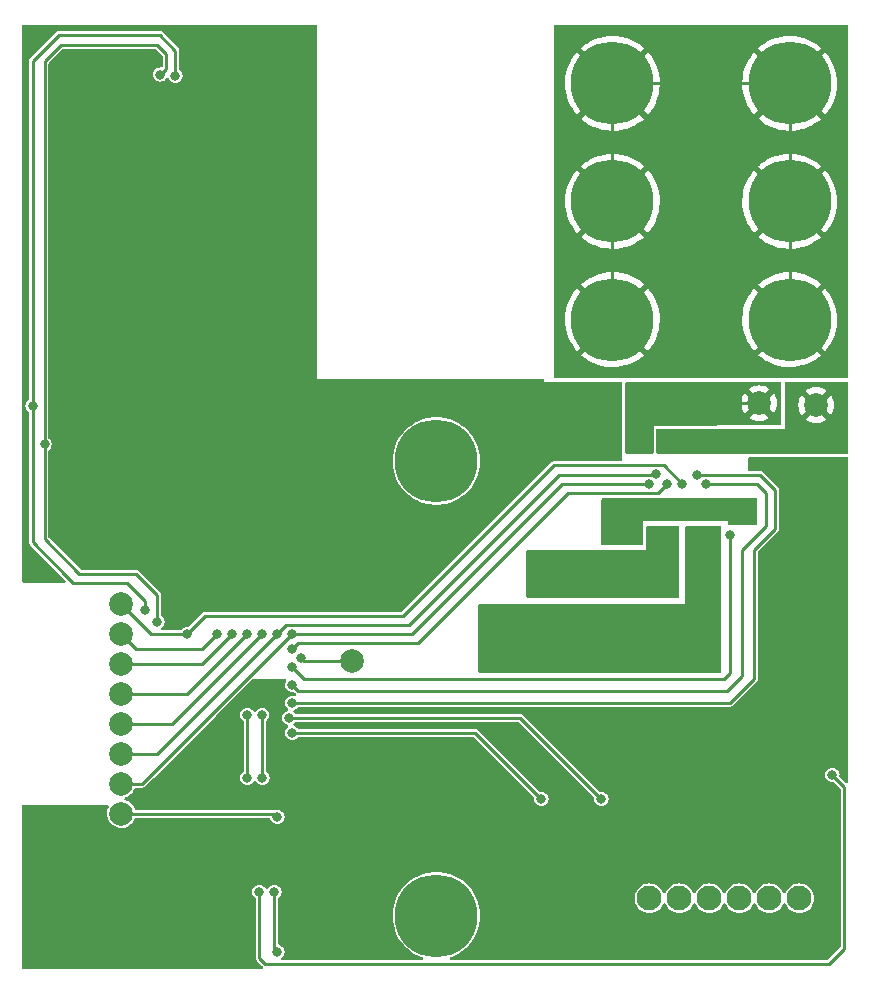
<source format=gbr>
G04 #@! TF.GenerationSoftware,KiCad,Pcbnew,(6.0.9-0)*
G04 #@! TF.CreationDate,2024-06-23T22:48:42+01:00*
G04 #@! TF.ProjectId,BalanceBoard,42616c61-6e63-4654-926f-6172642e6b69,rev?*
G04 #@! TF.SameCoordinates,Original*
G04 #@! TF.FileFunction,Copper,L2,Bot*
G04 #@! TF.FilePolarity,Positive*
%FSLAX46Y46*%
G04 Gerber Fmt 4.6, Leading zero omitted, Abs format (unit mm)*
G04 Created by KiCad (PCBNEW (6.0.9-0)) date 2024-06-23 22:48:42*
%MOMM*%
%LPD*%
G01*
G04 APERTURE LIST*
G04 #@! TA.AperFunction,ComponentPad*
%ADD10C,7.000000*%
G04 #@! TD*
G04 #@! TA.AperFunction,SMDPad,CuDef*
%ADD11C,2.000000*%
G04 #@! TD*
G04 #@! TA.AperFunction,ComponentPad*
%ADD12C,2.100000*%
G04 #@! TD*
G04 #@! TA.AperFunction,ViaPad*
%ADD13C,0.800000*%
G04 #@! TD*
G04 #@! TA.AperFunction,Conductor*
%ADD14C,0.250000*%
G04 #@! TD*
G04 APERTURE END LIST*
D10*
X85090000Y-86976000D03*
X85090000Y-125476000D03*
X115000000Y-65000000D03*
D11*
X77978000Y-103886000D03*
D10*
X115000000Y-55000000D03*
D11*
X58420000Y-116840000D03*
D10*
X100000000Y-75000000D03*
X115000000Y-75000000D03*
X100000000Y-55000000D03*
D12*
X103124000Y-124002800D03*
X105664000Y-124002800D03*
X108204000Y-124002800D03*
X110744000Y-124002800D03*
X113284000Y-124002800D03*
X115824000Y-124002800D03*
D10*
X100000000Y-65000000D03*
D11*
X112420400Y-82092800D03*
X58420000Y-106680000D03*
X58420000Y-101600000D03*
X117246400Y-82245200D03*
X58420000Y-114300000D03*
X58420000Y-111760000D03*
X58420000Y-104140000D03*
X58420000Y-109220000D03*
X58420000Y-99060000D03*
D13*
X71374000Y-123444000D03*
X71628000Y-128524000D03*
X70104000Y-123444000D03*
X118872000Y-94488000D03*
X117602000Y-94488000D03*
X116332000Y-94488000D03*
X115062000Y-94488000D03*
X115062000Y-93218000D03*
X116332000Y-93218000D03*
X117602000Y-93218000D03*
X118872000Y-93218000D03*
X118872000Y-91948000D03*
X117602000Y-91948000D03*
X116332000Y-91948000D03*
X115062000Y-91948000D03*
X115062000Y-90678000D03*
X116332000Y-90678000D03*
X117602000Y-90678000D03*
X118872000Y-90678000D03*
X118618000Y-113538000D03*
X90170000Y-90932000D03*
X90170000Y-89916000D03*
X91186000Y-89916000D03*
X92202000Y-88900000D03*
X91186000Y-88900000D03*
X90170000Y-88900000D03*
X90170000Y-87884000D03*
X91186000Y-87884000D03*
X92202000Y-87884000D03*
X93218000Y-87884000D03*
X93218000Y-86868000D03*
X92202000Y-86868000D03*
X91186000Y-86868000D03*
X90170000Y-86868000D03*
X90170000Y-85852000D03*
X91186000Y-85852000D03*
X92202000Y-85852000D03*
X93218000Y-85852000D03*
X93218000Y-84836000D03*
X92202000Y-84836000D03*
X91186000Y-84836000D03*
X90170000Y-84836000D03*
X90170000Y-83820000D03*
X91186000Y-83820000D03*
X92202000Y-83820000D03*
X93218000Y-83820000D03*
X93218000Y-82804000D03*
X92202000Y-82804000D03*
X91186000Y-82804000D03*
X90170000Y-82804000D03*
X90170000Y-81788000D03*
X91186000Y-81788000D03*
X92202000Y-81788000D03*
X93218000Y-81788000D03*
X93218000Y-80772000D03*
X92202000Y-80772000D03*
X91186000Y-80772000D03*
X90170000Y-80772000D03*
X66040000Y-72898000D03*
X66040000Y-69596000D03*
X59182000Y-52832000D03*
X59182000Y-53848000D03*
X59182000Y-54864000D03*
X60452000Y-54864000D03*
X60452000Y-53848000D03*
X60452000Y-52832000D03*
X68834000Y-53340000D03*
X67564000Y-53340000D03*
X67564000Y-54356000D03*
X68834000Y-54356000D03*
X68834000Y-55372000D03*
X67564000Y-55372000D03*
X65532000Y-64262000D03*
X66802000Y-64262000D03*
X66802000Y-65278000D03*
X66802000Y-66294000D03*
X65532000Y-65278000D03*
X65532000Y-66294000D03*
X58420000Y-66294000D03*
X59690000Y-66294000D03*
X59690000Y-64262000D03*
X58420000Y-64262000D03*
X58420000Y-65278000D03*
X59690000Y-65278000D03*
X83820000Y-110998000D03*
X77724000Y-110998000D03*
X82804000Y-110998000D03*
X81788000Y-110998000D03*
X80772000Y-110998000D03*
X79756000Y-110998000D03*
X58928000Y-125476000D03*
X58928000Y-122936000D03*
X58928000Y-120396000D03*
X72644000Y-120142000D03*
X60198000Y-128016000D03*
X58928000Y-128016000D03*
X60198000Y-126746000D03*
X73660000Y-103632000D03*
X78740000Y-110998000D03*
X69088000Y-113792000D03*
X60452000Y-99568000D03*
X69088000Y-108458000D03*
X61468000Y-100584000D03*
X70358000Y-113792000D03*
X70349048Y-108466952D03*
X71628000Y-117094000D03*
X93980000Y-115570000D03*
X72898000Y-109982000D03*
X99060000Y-115570000D03*
X72644000Y-108712000D03*
X100939600Y-92710000D03*
X100279200Y-93573600D03*
X101447600Y-93573600D03*
X110490000Y-91948000D03*
X110490000Y-90678000D03*
X102158800Y-92710000D03*
X111760000Y-91948000D03*
X99720400Y-92659200D03*
X94742000Y-96520000D03*
X103632000Y-93980000D03*
X93472000Y-95250000D03*
X67360800Y-71120000D03*
X103632000Y-94996000D03*
X57454800Y-95402400D03*
X94742000Y-97790000D03*
X103632000Y-92964000D03*
X94742000Y-95250000D03*
X93472000Y-97790000D03*
X93472000Y-96520000D03*
X108458000Y-92964000D03*
X91694000Y-102362000D03*
X90170000Y-102362000D03*
X90170000Y-99822000D03*
X108458000Y-93980000D03*
X90170000Y-101092000D03*
X91694000Y-99822000D03*
X91694000Y-101092000D03*
X108458000Y-94996000D03*
X62992000Y-54356000D03*
X50901600Y-82296000D03*
X64008000Y-101600000D03*
X105918000Y-88900000D03*
X72898000Y-107442000D03*
X107188000Y-88138000D03*
X66548000Y-101600000D03*
X72898000Y-105918000D03*
X67818000Y-101600000D03*
X107950000Y-88900000D03*
X61722000Y-54254400D03*
X51917600Y-85547200D03*
X72898000Y-104394000D03*
X109982000Y-93218000D03*
X69088000Y-101600000D03*
X104648000Y-88900000D03*
X70358000Y-101600000D03*
X72898000Y-102870000D03*
X71628000Y-101600000D03*
X103678424Y-88068364D03*
X72898000Y-101600000D03*
X103124000Y-88900000D03*
X102260400Y-84785200D03*
X101701600Y-85699600D03*
X104749600Y-84785200D03*
X105562400Y-85699600D03*
D14*
X71374000Y-123444000D02*
X71374000Y-128270000D01*
X71374000Y-128270000D02*
X71628000Y-128524000D01*
X70104000Y-129032000D02*
X70104000Y-123444000D01*
X119634000Y-114554000D02*
X118618000Y-113538000D01*
X93218000Y-129540000D02*
X118364000Y-129540000D01*
X119634000Y-128270000D02*
X119634000Y-114554000D01*
X118364000Y-129540000D02*
X119634000Y-128270000D01*
X72898000Y-104394000D02*
X73914000Y-105410000D01*
X73914000Y-105410000D02*
X109474000Y-105410000D01*
X109474000Y-105410000D02*
X109982000Y-104902000D01*
X109982000Y-104902000D02*
X109982000Y-93218000D01*
X70104000Y-129032000D02*
X70612000Y-129540000D01*
X70612000Y-129540000D02*
X93218000Y-129540000D01*
X67310000Y-72898000D02*
X67360800Y-72948800D01*
X66040000Y-72898000D02*
X67310000Y-72898000D01*
X67360800Y-85496400D02*
X67360800Y-72948800D01*
X67360800Y-72948800D02*
X67360800Y-71120000D01*
X66040000Y-69596000D02*
X66040000Y-66802000D01*
X66040000Y-66802000D02*
X65532000Y-66294000D01*
X66802000Y-120142000D02*
X74422000Y-120142000D01*
X74422000Y-120142000D02*
X78740000Y-115824000D01*
X78740000Y-115824000D02*
X78740000Y-110998000D01*
X72644000Y-120142000D02*
X66802000Y-120142000D01*
X66802000Y-120142000D02*
X60198000Y-126746000D01*
X58928000Y-126746000D02*
X58928000Y-128016000D01*
X60198000Y-126746000D02*
X58928000Y-126746000D01*
X73660000Y-103632000D02*
X73914000Y-103886000D01*
X73914000Y-103886000D02*
X77978000Y-103886000D01*
X69088000Y-108458000D02*
X69088000Y-113792000D01*
X58928000Y-97282000D02*
X60452000Y-98806000D01*
X60452000Y-98806000D02*
X60452000Y-99568000D01*
X60706000Y-97536000D02*
X61468000Y-98298000D01*
X61468000Y-98298000D02*
X61468000Y-100584000D01*
X60452000Y-97282000D02*
X60706000Y-97536000D01*
X54356000Y-97282000D02*
X58928000Y-97282000D01*
X53848000Y-96774000D02*
X54356000Y-97282000D01*
X50901600Y-93827600D02*
X53848000Y-96774000D01*
X50901600Y-82296000D02*
X50901600Y-93116400D01*
X50901600Y-93116400D02*
X50901600Y-93827600D01*
X70358000Y-108475904D02*
X70349048Y-108466952D01*
X60452000Y-97282000D02*
X59690000Y-96520000D01*
X70358000Y-113792000D02*
X70358000Y-108475904D01*
X54864000Y-96520000D02*
X51917600Y-93573600D01*
X59690000Y-96520000D02*
X54864000Y-96520000D01*
X51917600Y-93573600D02*
X51917600Y-85547200D01*
X71628000Y-117094000D02*
X71374000Y-116840000D01*
X71374000Y-116840000D02*
X58420000Y-116840000D01*
X88392000Y-109982000D02*
X93980000Y-115570000D01*
X72898000Y-109982000D02*
X88392000Y-109982000D01*
X92202000Y-108712000D02*
X99060000Y-115570000D01*
X72644000Y-108712000D02*
X92202000Y-108712000D01*
X99720400Y-92659200D02*
X99720400Y-91643200D01*
X99872800Y-91643200D02*
X99720400Y-91643200D01*
X110490000Y-91948000D02*
X110490000Y-90678000D01*
X99720400Y-93014800D02*
X100279200Y-93573600D01*
X100939600Y-92710000D02*
X99872800Y-91643200D01*
X101193600Y-90170000D02*
X109982000Y-90170000D01*
X101447600Y-93573600D02*
X101447600Y-93421200D01*
X101447600Y-93421200D02*
X102158800Y-92710000D01*
X109982000Y-90170000D02*
X110490000Y-90678000D01*
X99720400Y-92659200D02*
X99720400Y-93014800D01*
X99720400Y-91643200D02*
X101193600Y-90170000D01*
X110490000Y-91948000D02*
X111760000Y-91948000D01*
X67360800Y-65938400D02*
X67360800Y-71120000D01*
X57454800Y-95402400D02*
X67360800Y-85496400D01*
X108458000Y-92964000D02*
X108458000Y-93980000D01*
X62992000Y-54356000D02*
X62992000Y-52222400D01*
X53136800Y-50901600D02*
X50901600Y-53136800D01*
X62992000Y-52222400D02*
X61671200Y-50901600D01*
X61671200Y-50901600D02*
X53136800Y-50901600D01*
X50901600Y-53136800D02*
X50901600Y-82296000D01*
X64008000Y-101600000D02*
X60960000Y-101600000D01*
X104361364Y-87343364D02*
X95028636Y-87343364D01*
X65532000Y-100076000D02*
X64008000Y-101600000D01*
X60960000Y-101600000D02*
X58420000Y-99060000D01*
X95028636Y-87343364D02*
X82296000Y-100076000D01*
X105918000Y-88900000D02*
X104361364Y-87343364D01*
X82296000Y-100076000D02*
X65532000Y-100076000D01*
X113792000Y-89408000D02*
X113792000Y-92202000D01*
X112522000Y-93980000D02*
X112014000Y-94488000D01*
X59690000Y-102870000D02*
X58420000Y-101600000D01*
X112522000Y-88138000D02*
X113538000Y-89154000D01*
X111252000Y-106172000D02*
X109982000Y-107442000D01*
X113792000Y-92710000D02*
X112522000Y-93980000D01*
X108458000Y-107442000D02*
X72898000Y-107442000D01*
X66548000Y-101600000D02*
X65278000Y-102870000D01*
X113792000Y-92202000D02*
X113792000Y-92710000D01*
X113538000Y-89154000D02*
X113792000Y-89408000D01*
X107188000Y-88138000D02*
X112522000Y-88138000D01*
X112014000Y-97282000D02*
X112014000Y-105410000D01*
X112014000Y-94488000D02*
X112014000Y-97282000D01*
X112014000Y-105410000D02*
X111252000Y-106172000D01*
X65278000Y-102870000D02*
X59690000Y-102870000D01*
X109982000Y-107442000D02*
X108458000Y-107442000D01*
X108966000Y-106426000D02*
X73406000Y-106426000D01*
X112776000Y-89408000D02*
X113030000Y-89662000D01*
X67818000Y-101600000D02*
X65278000Y-104140000D01*
X110998000Y-95504000D02*
X110998000Y-104140000D01*
X107950000Y-88900000D02*
X111252000Y-88900000D01*
X110998000Y-105156000D02*
X110236000Y-105918000D01*
X113030000Y-91440000D02*
X113030000Y-92456000D01*
X112268000Y-88900000D02*
X112776000Y-89408000D01*
X73406000Y-106426000D02*
X72898000Y-105918000D01*
X111760000Y-93726000D02*
X110998000Y-94488000D01*
X109728000Y-106426000D02*
X108966000Y-106426000D01*
X110998000Y-104140000D02*
X110998000Y-105156000D01*
X110236000Y-105918000D02*
X109728000Y-106426000D01*
X110998000Y-94488000D02*
X110998000Y-95504000D01*
X111252000Y-88900000D02*
X112268000Y-88900000D01*
X113030000Y-92456000D02*
X111760000Y-93726000D01*
X65278000Y-104140000D02*
X58420000Y-104140000D01*
X113030000Y-89662000D02*
X113030000Y-91440000D01*
X51917600Y-85547200D02*
X51917600Y-53136800D01*
X62230000Y-53390800D02*
X62230000Y-53746400D01*
X53289200Y-51765200D02*
X61468000Y-51765200D01*
X62128400Y-52425600D02*
X62230000Y-52527200D01*
X62230000Y-53746400D02*
X61722000Y-54254400D01*
X62230000Y-52527200D02*
X62230000Y-53390800D01*
X61468000Y-51765200D02*
X62128400Y-52425600D01*
X51917600Y-53136800D02*
X53289200Y-51765200D01*
X64008000Y-106680000D02*
X69088000Y-101600000D01*
X58420000Y-106680000D02*
X64008000Y-106680000D01*
X83566000Y-102362000D02*
X77470000Y-102362000D01*
X70358000Y-101600000D02*
X62738000Y-109220000D01*
X104648000Y-88900000D02*
X103886000Y-89662000D01*
X77470000Y-102362000D02*
X73406000Y-102362000D01*
X73406000Y-102362000D02*
X72898000Y-102870000D01*
X90932000Y-94996000D02*
X83566000Y-102362000D01*
X96266000Y-89662000D02*
X90932000Y-94996000D01*
X102362000Y-89662000D02*
X96266000Y-89662000D01*
X103886000Y-89662000D02*
X102362000Y-89662000D01*
X62738000Y-109220000D02*
X58420000Y-109220000D01*
X103678424Y-88068364D02*
X103608788Y-88138000D01*
X82804000Y-100838000D02*
X72390000Y-100838000D01*
X61468000Y-111760000D02*
X58420000Y-111760000D01*
X71628000Y-101600000D02*
X61468000Y-111760000D01*
X95504000Y-88138000D02*
X82804000Y-100838000D01*
X72390000Y-100838000D02*
X71628000Y-101600000D01*
X103608788Y-88138000D02*
X95504000Y-88138000D01*
X58420000Y-114300000D02*
X60198000Y-114300000D01*
X95758000Y-88900000D02*
X83058000Y-101600000D01*
X83058000Y-101600000D02*
X72898000Y-101600000D01*
X60198000Y-114300000D02*
X72898000Y-101600000D01*
X103124000Y-88900000D02*
X95758000Y-88900000D01*
X100000000Y-55000000D02*
X115000000Y-55000000D01*
X115000000Y-55000000D02*
X115000000Y-65000000D01*
X115000000Y-75000000D02*
X115000000Y-65000000D01*
X100000000Y-75000000D02*
X100000000Y-65000000D01*
X100000000Y-55000000D02*
X100000000Y-65000000D01*
X101701600Y-85344000D02*
X102260400Y-84785200D01*
X104952800Y-82092800D02*
X102260400Y-84785200D01*
X101701600Y-85699600D02*
X101701600Y-85344000D01*
X112420400Y-82092800D02*
X104952800Y-82092800D01*
X114706400Y-84785200D02*
X117246400Y-82245200D01*
X104749600Y-84785200D02*
X114706400Y-84785200D01*
G04 #@! TA.AperFunction,Conductor*
G36*
X119916621Y-50045502D02*
G01*
X119963114Y-50099158D01*
X119974500Y-50151500D01*
X119974500Y-79833200D01*
X119954498Y-79901321D01*
X119900842Y-79947814D01*
X119848500Y-79959200D01*
X95151500Y-79959199D01*
X95083379Y-79939197D01*
X95036886Y-79885541D01*
X95025500Y-79833199D01*
X95025500Y-78010607D01*
X97354933Y-78010607D01*
X97354988Y-78011386D01*
X97360342Y-78019436D01*
X97396960Y-78053821D01*
X97401638Y-78057803D01*
X97707386Y-78293260D01*
X97712429Y-78296765D01*
X98039694Y-78501262D01*
X98045051Y-78504256D01*
X98390709Y-78675843D01*
X98396349Y-78678307D01*
X98757076Y-78815334D01*
X98762948Y-78817242D01*
X99135344Y-78918420D01*
X99141321Y-78919734D01*
X99521843Y-78984095D01*
X99527929Y-78984820D01*
X99912896Y-79011740D01*
X99919032Y-79011868D01*
X100304787Y-79001093D01*
X100310918Y-79000621D01*
X100693755Y-78952257D01*
X100699828Y-78951187D01*
X101076135Y-78865692D01*
X101082050Y-78864040D01*
X101448215Y-78742234D01*
X101453949Y-78740010D01*
X101806497Y-78583046D01*
X101811966Y-78580283D01*
X102147516Y-78389664D01*
X102152690Y-78386380D01*
X102468034Y-78163929D01*
X102472872Y-78160149D01*
X102635240Y-78019998D01*
X102641300Y-78010607D01*
X112354933Y-78010607D01*
X112354988Y-78011386D01*
X112360342Y-78019436D01*
X112396960Y-78053821D01*
X112401638Y-78057803D01*
X112707386Y-78293260D01*
X112712429Y-78296765D01*
X113039694Y-78501262D01*
X113045051Y-78504256D01*
X113390709Y-78675843D01*
X113396349Y-78678307D01*
X113757076Y-78815334D01*
X113762948Y-78817242D01*
X114135344Y-78918420D01*
X114141321Y-78919734D01*
X114521843Y-78984095D01*
X114527929Y-78984820D01*
X114912896Y-79011740D01*
X114919032Y-79011868D01*
X115304787Y-79001093D01*
X115310918Y-79000621D01*
X115693755Y-78952257D01*
X115699828Y-78951187D01*
X116076135Y-78865692D01*
X116082050Y-78864040D01*
X116448215Y-78742234D01*
X116453949Y-78740010D01*
X116806497Y-78583046D01*
X116811966Y-78580283D01*
X117147516Y-78389664D01*
X117152690Y-78386380D01*
X117468034Y-78163929D01*
X117472872Y-78160149D01*
X117635240Y-78019998D01*
X117643655Y-78006958D01*
X117637716Y-77996926D01*
X115012812Y-75372022D01*
X114998868Y-75364408D01*
X114997035Y-75364539D01*
X114990420Y-75368790D01*
X112362547Y-77996663D01*
X112354933Y-78010607D01*
X102641300Y-78010607D01*
X102643655Y-78006958D01*
X102637716Y-77996926D01*
X100012812Y-75372022D01*
X99998868Y-75364408D01*
X99997035Y-75364539D01*
X99990420Y-75368790D01*
X97362547Y-77996663D01*
X97354933Y-78010607D01*
X95025500Y-78010607D01*
X95025500Y-74947061D01*
X95987665Y-74947061D01*
X96001132Y-75332706D01*
X96001647Y-75338838D01*
X96052685Y-75721347D01*
X96053792Y-75727383D01*
X96141913Y-76103090D01*
X96143608Y-76109000D01*
X96267968Y-76474306D01*
X96270235Y-76480031D01*
X96429643Y-76831444D01*
X96432465Y-76836934D01*
X96625407Y-77171119D01*
X96628737Y-77176287D01*
X96853375Y-77490059D01*
X96857197Y-77494881D01*
X96980033Y-77635195D01*
X96993247Y-77643593D01*
X97003043Y-77637747D01*
X99627978Y-75012812D01*
X99634356Y-75001132D01*
X100364408Y-75001132D01*
X100364539Y-75002965D01*
X100368790Y-75009580D01*
X102997364Y-77638154D01*
X103011308Y-77645768D01*
X103012323Y-77645696D01*
X103020054Y-77640593D01*
X103035567Y-77624302D01*
X103039595Y-77619637D01*
X103277168Y-77315558D01*
X103280722Y-77310518D01*
X103487486Y-76984712D01*
X103490529Y-76979356D01*
X103664520Y-76634910D01*
X103667016Y-76629306D01*
X103806568Y-76269518D01*
X103808509Y-76263684D01*
X103912288Y-75891988D01*
X103913644Y-75886017D01*
X103980660Y-75505959D01*
X103981427Y-75499886D01*
X104011119Y-75114000D01*
X104011296Y-75110085D01*
X104012806Y-75001974D01*
X104012738Y-74998030D01*
X104010245Y-74947061D01*
X110987665Y-74947061D01*
X111001132Y-75332706D01*
X111001647Y-75338838D01*
X111052685Y-75721347D01*
X111053792Y-75727383D01*
X111141913Y-76103090D01*
X111143608Y-76109000D01*
X111267968Y-76474306D01*
X111270235Y-76480031D01*
X111429643Y-76831444D01*
X111432465Y-76836934D01*
X111625407Y-77171119D01*
X111628737Y-77176287D01*
X111853375Y-77490059D01*
X111857197Y-77494881D01*
X111980033Y-77635195D01*
X111993247Y-77643593D01*
X112003043Y-77637747D01*
X114627978Y-75012812D01*
X114634356Y-75001132D01*
X115364408Y-75001132D01*
X115364539Y-75002965D01*
X115368790Y-75009580D01*
X117997364Y-77638154D01*
X118011308Y-77645768D01*
X118012323Y-77645696D01*
X118020054Y-77640593D01*
X118035567Y-77624302D01*
X118039595Y-77619637D01*
X118277168Y-77315558D01*
X118280722Y-77310518D01*
X118487486Y-76984712D01*
X118490529Y-76979356D01*
X118664520Y-76634910D01*
X118667016Y-76629306D01*
X118806568Y-76269518D01*
X118808509Y-76263684D01*
X118912288Y-75891988D01*
X118913644Y-75886017D01*
X118980660Y-75505959D01*
X118981427Y-75499886D01*
X119011119Y-75114000D01*
X119011296Y-75110085D01*
X119012806Y-75001974D01*
X119012738Y-74998030D01*
X118993832Y-74611489D01*
X118993231Y-74605365D01*
X118936862Y-74223631D01*
X118935662Y-74217569D01*
X118842312Y-73843165D01*
X118840527Y-73837250D01*
X118711082Y-73473727D01*
X118708739Y-73468043D01*
X118544434Y-73118877D01*
X118541545Y-73113443D01*
X118343955Y-72781983D01*
X118340547Y-72776853D01*
X118111547Y-72466244D01*
X118107667Y-72461487D01*
X118020318Y-72364475D01*
X118006797Y-72356145D01*
X118006720Y-72356146D01*
X117997434Y-72361776D01*
X115372022Y-74987188D01*
X115364408Y-75001132D01*
X114634356Y-75001132D01*
X114635592Y-74998868D01*
X114635461Y-74997035D01*
X114631210Y-74990420D01*
X112003902Y-72363112D01*
X111989958Y-72355498D01*
X111989412Y-72355537D01*
X111981055Y-72361136D01*
X111928077Y-72418347D01*
X111924132Y-72423049D01*
X111690821Y-72730426D01*
X111687343Y-72735504D01*
X111485141Y-73064179D01*
X111482176Y-73069572D01*
X111313014Y-73416406D01*
X111310588Y-73422064D01*
X111176076Y-73783758D01*
X111174218Y-73789615D01*
X111075640Y-74162718D01*
X111074365Y-74168718D01*
X111012667Y-74549648D01*
X111011980Y-74555776D01*
X110987751Y-74940886D01*
X110987665Y-74947061D01*
X104010245Y-74947061D01*
X103993832Y-74611489D01*
X103993231Y-74605365D01*
X103936862Y-74223631D01*
X103935662Y-74217569D01*
X103842312Y-73843165D01*
X103840527Y-73837250D01*
X103711082Y-73473727D01*
X103708739Y-73468043D01*
X103544434Y-73118877D01*
X103541545Y-73113443D01*
X103343955Y-72781983D01*
X103340547Y-72776853D01*
X103111547Y-72466244D01*
X103107667Y-72461487D01*
X103020318Y-72364475D01*
X103006797Y-72356145D01*
X103006720Y-72356146D01*
X102997434Y-72361776D01*
X100372022Y-74987188D01*
X100364408Y-75001132D01*
X99634356Y-75001132D01*
X99635592Y-74998868D01*
X99635461Y-74997035D01*
X99631210Y-74990420D01*
X97003902Y-72363112D01*
X96989958Y-72355498D01*
X96989412Y-72355537D01*
X96981055Y-72361136D01*
X96928077Y-72418347D01*
X96924132Y-72423049D01*
X96690821Y-72730426D01*
X96687343Y-72735504D01*
X96485141Y-73064179D01*
X96482176Y-73069572D01*
X96313014Y-73416406D01*
X96310588Y-73422064D01*
X96176076Y-73783758D01*
X96174218Y-73789615D01*
X96075640Y-74162718D01*
X96074365Y-74168718D01*
X96012667Y-74549648D01*
X96011980Y-74555776D01*
X95987751Y-74940886D01*
X95987665Y-74947061D01*
X95025500Y-74947061D01*
X95025500Y-71993314D01*
X97356334Y-71993314D01*
X97362084Y-72002874D01*
X99987188Y-74627978D01*
X100001132Y-74635592D01*
X100002965Y-74635461D01*
X100009580Y-74631210D01*
X102636463Y-72004327D01*
X102642477Y-71993314D01*
X112356334Y-71993314D01*
X112362084Y-72002874D01*
X114987188Y-74627978D01*
X115001132Y-74635592D01*
X115002965Y-74635461D01*
X115009580Y-74631210D01*
X117636463Y-72004327D01*
X117644077Y-71990383D01*
X117644055Y-71990072D01*
X117638204Y-71981406D01*
X117560143Y-71910127D01*
X117555416Y-71906217D01*
X117246419Y-71675059D01*
X117241313Y-71671614D01*
X116911235Y-71471711D01*
X116905822Y-71468784D01*
X116557808Y-71302044D01*
X116552141Y-71299662D01*
X116189526Y-71167682D01*
X116183638Y-71165860D01*
X115809876Y-71069893D01*
X115803854Y-71068657D01*
X115422485Y-71009618D01*
X115416397Y-71008978D01*
X115031085Y-70987436D01*
X115024933Y-70987393D01*
X114639387Y-71003552D01*
X114633261Y-71004109D01*
X114251123Y-71057815D01*
X114245070Y-71058970D01*
X113870000Y-71149709D01*
X113864103Y-71151445D01*
X113499681Y-71278350D01*
X113493968Y-71280658D01*
X113143667Y-71442519D01*
X113138213Y-71445371D01*
X112805376Y-71640646D01*
X112800228Y-71644015D01*
X112488025Y-71870843D01*
X112483247Y-71874684D01*
X112364711Y-71979926D01*
X112356334Y-71993314D01*
X102642477Y-71993314D01*
X102644077Y-71990383D01*
X102644055Y-71990072D01*
X102638204Y-71981406D01*
X102560143Y-71910127D01*
X102555416Y-71906217D01*
X102246419Y-71675059D01*
X102241313Y-71671614D01*
X101911235Y-71471711D01*
X101905822Y-71468784D01*
X101557808Y-71302044D01*
X101552141Y-71299662D01*
X101189526Y-71167682D01*
X101183638Y-71165860D01*
X100809876Y-71069893D01*
X100803854Y-71068657D01*
X100422485Y-71009618D01*
X100416397Y-71008978D01*
X100031085Y-70987436D01*
X100024933Y-70987393D01*
X99639387Y-71003552D01*
X99633261Y-71004109D01*
X99251123Y-71057815D01*
X99245070Y-71058970D01*
X98870000Y-71149709D01*
X98864103Y-71151445D01*
X98499681Y-71278350D01*
X98493968Y-71280658D01*
X98143667Y-71442519D01*
X98138213Y-71445371D01*
X97805376Y-71640646D01*
X97800228Y-71644015D01*
X97488025Y-71870843D01*
X97483247Y-71874684D01*
X97364711Y-71979926D01*
X97356334Y-71993314D01*
X95025500Y-71993314D01*
X95025500Y-68010607D01*
X97354933Y-68010607D01*
X97354988Y-68011386D01*
X97360342Y-68019436D01*
X97396960Y-68053821D01*
X97401638Y-68057803D01*
X97707386Y-68293260D01*
X97712429Y-68296765D01*
X98039694Y-68501262D01*
X98045051Y-68504256D01*
X98390709Y-68675843D01*
X98396349Y-68678307D01*
X98757076Y-68815334D01*
X98762948Y-68817242D01*
X99135344Y-68918420D01*
X99141321Y-68919734D01*
X99521843Y-68984095D01*
X99527929Y-68984820D01*
X99912896Y-69011740D01*
X99919032Y-69011868D01*
X100304787Y-69001093D01*
X100310918Y-69000621D01*
X100693755Y-68952257D01*
X100699828Y-68951187D01*
X101076135Y-68865692D01*
X101082050Y-68864040D01*
X101448215Y-68742234D01*
X101453949Y-68740010D01*
X101806497Y-68583046D01*
X101811966Y-68580283D01*
X102147516Y-68389664D01*
X102152690Y-68386380D01*
X102468034Y-68163929D01*
X102472872Y-68160149D01*
X102635240Y-68019998D01*
X102641300Y-68010607D01*
X112354933Y-68010607D01*
X112354988Y-68011386D01*
X112360342Y-68019436D01*
X112396960Y-68053821D01*
X112401638Y-68057803D01*
X112707386Y-68293260D01*
X112712429Y-68296765D01*
X113039694Y-68501262D01*
X113045051Y-68504256D01*
X113390709Y-68675843D01*
X113396349Y-68678307D01*
X113757076Y-68815334D01*
X113762948Y-68817242D01*
X114135344Y-68918420D01*
X114141321Y-68919734D01*
X114521843Y-68984095D01*
X114527929Y-68984820D01*
X114912896Y-69011740D01*
X114919032Y-69011868D01*
X115304787Y-69001093D01*
X115310918Y-69000621D01*
X115693755Y-68952257D01*
X115699828Y-68951187D01*
X116076135Y-68865692D01*
X116082050Y-68864040D01*
X116448215Y-68742234D01*
X116453949Y-68740010D01*
X116806497Y-68583046D01*
X116811966Y-68580283D01*
X117147516Y-68389664D01*
X117152690Y-68386380D01*
X117468034Y-68163929D01*
X117472872Y-68160149D01*
X117635240Y-68019998D01*
X117643655Y-68006958D01*
X117637716Y-67996926D01*
X115012812Y-65372022D01*
X114998868Y-65364408D01*
X114997035Y-65364539D01*
X114990420Y-65368790D01*
X112362547Y-67996663D01*
X112354933Y-68010607D01*
X102641300Y-68010607D01*
X102643655Y-68006958D01*
X102637716Y-67996926D01*
X100012812Y-65372022D01*
X99998868Y-65364408D01*
X99997035Y-65364539D01*
X99990420Y-65368790D01*
X97362547Y-67996663D01*
X97354933Y-68010607D01*
X95025500Y-68010607D01*
X95025500Y-64947061D01*
X95987665Y-64947061D01*
X96001132Y-65332706D01*
X96001647Y-65338838D01*
X96052685Y-65721347D01*
X96053792Y-65727383D01*
X96141913Y-66103090D01*
X96143608Y-66109000D01*
X96267968Y-66474306D01*
X96270235Y-66480031D01*
X96429643Y-66831444D01*
X96432465Y-66836934D01*
X96625407Y-67171119D01*
X96628737Y-67176287D01*
X96853375Y-67490059D01*
X96857197Y-67494881D01*
X96980033Y-67635195D01*
X96993247Y-67643593D01*
X97003043Y-67637747D01*
X99627978Y-65012812D01*
X99634356Y-65001132D01*
X100364408Y-65001132D01*
X100364539Y-65002965D01*
X100368790Y-65009580D01*
X102997364Y-67638154D01*
X103011308Y-67645768D01*
X103012323Y-67645696D01*
X103020054Y-67640593D01*
X103035567Y-67624302D01*
X103039595Y-67619637D01*
X103277168Y-67315558D01*
X103280722Y-67310518D01*
X103487486Y-66984712D01*
X103490529Y-66979356D01*
X103664520Y-66634910D01*
X103667016Y-66629306D01*
X103806568Y-66269518D01*
X103808509Y-66263684D01*
X103912288Y-65891988D01*
X103913644Y-65886017D01*
X103980660Y-65505959D01*
X103981427Y-65499886D01*
X104011119Y-65114000D01*
X104011296Y-65110085D01*
X104012806Y-65001974D01*
X104012738Y-64998030D01*
X104010245Y-64947061D01*
X110987665Y-64947061D01*
X111001132Y-65332706D01*
X111001647Y-65338838D01*
X111052685Y-65721347D01*
X111053792Y-65727383D01*
X111141913Y-66103090D01*
X111143608Y-66109000D01*
X111267968Y-66474306D01*
X111270235Y-66480031D01*
X111429643Y-66831444D01*
X111432465Y-66836934D01*
X111625407Y-67171119D01*
X111628737Y-67176287D01*
X111853375Y-67490059D01*
X111857197Y-67494881D01*
X111980033Y-67635195D01*
X111993247Y-67643593D01*
X112003043Y-67637747D01*
X114627978Y-65012812D01*
X114634356Y-65001132D01*
X115364408Y-65001132D01*
X115364539Y-65002965D01*
X115368790Y-65009580D01*
X117997364Y-67638154D01*
X118011308Y-67645768D01*
X118012323Y-67645696D01*
X118020054Y-67640593D01*
X118035567Y-67624302D01*
X118039595Y-67619637D01*
X118277168Y-67315558D01*
X118280722Y-67310518D01*
X118487486Y-66984712D01*
X118490529Y-66979356D01*
X118664520Y-66634910D01*
X118667016Y-66629306D01*
X118806568Y-66269518D01*
X118808509Y-66263684D01*
X118912288Y-65891988D01*
X118913644Y-65886017D01*
X118980660Y-65505959D01*
X118981427Y-65499886D01*
X119011119Y-65114000D01*
X119011296Y-65110085D01*
X119012806Y-65001974D01*
X119012738Y-64998030D01*
X118993832Y-64611489D01*
X118993231Y-64605365D01*
X118936862Y-64223631D01*
X118935662Y-64217569D01*
X118842312Y-63843165D01*
X118840527Y-63837250D01*
X118711082Y-63473727D01*
X118708739Y-63468043D01*
X118544434Y-63118877D01*
X118541545Y-63113443D01*
X118343955Y-62781983D01*
X118340547Y-62776853D01*
X118111547Y-62466244D01*
X118107667Y-62461487D01*
X118020318Y-62364475D01*
X118006797Y-62356145D01*
X118006720Y-62356146D01*
X117997434Y-62361776D01*
X115372022Y-64987188D01*
X115364408Y-65001132D01*
X114634356Y-65001132D01*
X114635592Y-64998868D01*
X114635461Y-64997035D01*
X114631210Y-64990420D01*
X112003902Y-62363112D01*
X111989958Y-62355498D01*
X111989412Y-62355537D01*
X111981055Y-62361136D01*
X111928077Y-62418347D01*
X111924132Y-62423049D01*
X111690821Y-62730426D01*
X111687343Y-62735504D01*
X111485141Y-63064179D01*
X111482176Y-63069572D01*
X111313014Y-63416406D01*
X111310588Y-63422064D01*
X111176076Y-63783758D01*
X111174218Y-63789615D01*
X111075640Y-64162718D01*
X111074365Y-64168718D01*
X111012667Y-64549648D01*
X111011980Y-64555776D01*
X110987751Y-64940886D01*
X110987665Y-64947061D01*
X104010245Y-64947061D01*
X103993832Y-64611489D01*
X103993231Y-64605365D01*
X103936862Y-64223631D01*
X103935662Y-64217569D01*
X103842312Y-63843165D01*
X103840527Y-63837250D01*
X103711082Y-63473727D01*
X103708739Y-63468043D01*
X103544434Y-63118877D01*
X103541545Y-63113443D01*
X103343955Y-62781983D01*
X103340547Y-62776853D01*
X103111547Y-62466244D01*
X103107667Y-62461487D01*
X103020318Y-62364475D01*
X103006797Y-62356145D01*
X103006720Y-62356146D01*
X102997434Y-62361776D01*
X100372022Y-64987188D01*
X100364408Y-65001132D01*
X99634356Y-65001132D01*
X99635592Y-64998868D01*
X99635461Y-64997035D01*
X99631210Y-64990420D01*
X97003902Y-62363112D01*
X96989958Y-62355498D01*
X96989412Y-62355537D01*
X96981055Y-62361136D01*
X96928077Y-62418347D01*
X96924132Y-62423049D01*
X96690821Y-62730426D01*
X96687343Y-62735504D01*
X96485141Y-63064179D01*
X96482176Y-63069572D01*
X96313014Y-63416406D01*
X96310588Y-63422064D01*
X96176076Y-63783758D01*
X96174218Y-63789615D01*
X96075640Y-64162718D01*
X96074365Y-64168718D01*
X96012667Y-64549648D01*
X96011980Y-64555776D01*
X95987751Y-64940886D01*
X95987665Y-64947061D01*
X95025500Y-64947061D01*
X95025500Y-61993314D01*
X97356334Y-61993314D01*
X97362084Y-62002874D01*
X99987188Y-64627978D01*
X100001132Y-64635592D01*
X100002965Y-64635461D01*
X100009580Y-64631210D01*
X102636463Y-62004327D01*
X102642477Y-61993314D01*
X112356334Y-61993314D01*
X112362084Y-62002874D01*
X114987188Y-64627978D01*
X115001132Y-64635592D01*
X115002965Y-64635461D01*
X115009580Y-64631210D01*
X117636463Y-62004327D01*
X117644077Y-61990383D01*
X117644055Y-61990072D01*
X117638204Y-61981406D01*
X117560143Y-61910127D01*
X117555416Y-61906217D01*
X117246419Y-61675059D01*
X117241313Y-61671614D01*
X116911235Y-61471711D01*
X116905822Y-61468784D01*
X116557808Y-61302044D01*
X116552141Y-61299662D01*
X116189526Y-61167682D01*
X116183638Y-61165860D01*
X115809876Y-61069893D01*
X115803854Y-61068657D01*
X115422485Y-61009618D01*
X115416397Y-61008978D01*
X115031085Y-60987436D01*
X115024933Y-60987393D01*
X114639387Y-61003552D01*
X114633261Y-61004109D01*
X114251123Y-61057815D01*
X114245070Y-61058970D01*
X113870000Y-61149709D01*
X113864103Y-61151445D01*
X113499681Y-61278350D01*
X113493968Y-61280658D01*
X113143667Y-61442519D01*
X113138213Y-61445371D01*
X112805376Y-61640646D01*
X112800228Y-61644015D01*
X112488025Y-61870843D01*
X112483247Y-61874684D01*
X112364711Y-61979926D01*
X112356334Y-61993314D01*
X102642477Y-61993314D01*
X102644077Y-61990383D01*
X102644055Y-61990072D01*
X102638204Y-61981406D01*
X102560143Y-61910127D01*
X102555416Y-61906217D01*
X102246419Y-61675059D01*
X102241313Y-61671614D01*
X101911235Y-61471711D01*
X101905822Y-61468784D01*
X101557808Y-61302044D01*
X101552141Y-61299662D01*
X101189526Y-61167682D01*
X101183638Y-61165860D01*
X100809876Y-61069893D01*
X100803854Y-61068657D01*
X100422485Y-61009618D01*
X100416397Y-61008978D01*
X100031085Y-60987436D01*
X100024933Y-60987393D01*
X99639387Y-61003552D01*
X99633261Y-61004109D01*
X99251123Y-61057815D01*
X99245070Y-61058970D01*
X98870000Y-61149709D01*
X98864103Y-61151445D01*
X98499681Y-61278350D01*
X98493968Y-61280658D01*
X98143667Y-61442519D01*
X98138213Y-61445371D01*
X97805376Y-61640646D01*
X97800228Y-61644015D01*
X97488025Y-61870843D01*
X97483247Y-61874684D01*
X97364711Y-61979926D01*
X97356334Y-61993314D01*
X95025500Y-61993314D01*
X95025500Y-58010607D01*
X97354933Y-58010607D01*
X97354988Y-58011386D01*
X97360342Y-58019436D01*
X97396960Y-58053821D01*
X97401638Y-58057803D01*
X97707386Y-58293260D01*
X97712429Y-58296765D01*
X98039694Y-58501262D01*
X98045051Y-58504256D01*
X98390709Y-58675843D01*
X98396349Y-58678307D01*
X98757076Y-58815334D01*
X98762948Y-58817242D01*
X99135344Y-58918420D01*
X99141321Y-58919734D01*
X99521843Y-58984095D01*
X99527929Y-58984820D01*
X99912896Y-59011740D01*
X99919032Y-59011868D01*
X100304787Y-59001093D01*
X100310918Y-59000621D01*
X100693755Y-58952257D01*
X100699828Y-58951187D01*
X101076135Y-58865692D01*
X101082050Y-58864040D01*
X101448215Y-58742234D01*
X101453949Y-58740010D01*
X101806497Y-58583046D01*
X101811966Y-58580283D01*
X102147516Y-58389664D01*
X102152690Y-58386380D01*
X102468034Y-58163929D01*
X102472872Y-58160149D01*
X102635240Y-58019998D01*
X102641300Y-58010607D01*
X112354933Y-58010607D01*
X112354988Y-58011386D01*
X112360342Y-58019436D01*
X112396960Y-58053821D01*
X112401638Y-58057803D01*
X112707386Y-58293260D01*
X112712429Y-58296765D01*
X113039694Y-58501262D01*
X113045051Y-58504256D01*
X113390709Y-58675843D01*
X113396349Y-58678307D01*
X113757076Y-58815334D01*
X113762948Y-58817242D01*
X114135344Y-58918420D01*
X114141321Y-58919734D01*
X114521843Y-58984095D01*
X114527929Y-58984820D01*
X114912896Y-59011740D01*
X114919032Y-59011868D01*
X115304787Y-59001093D01*
X115310918Y-59000621D01*
X115693755Y-58952257D01*
X115699828Y-58951187D01*
X116076135Y-58865692D01*
X116082050Y-58864040D01*
X116448215Y-58742234D01*
X116453949Y-58740010D01*
X116806497Y-58583046D01*
X116811966Y-58580283D01*
X117147516Y-58389664D01*
X117152690Y-58386380D01*
X117468034Y-58163929D01*
X117472872Y-58160149D01*
X117635240Y-58019998D01*
X117643655Y-58006958D01*
X117637716Y-57996926D01*
X115012812Y-55372022D01*
X114998868Y-55364408D01*
X114997035Y-55364539D01*
X114990420Y-55368790D01*
X112362547Y-57996663D01*
X112354933Y-58010607D01*
X102641300Y-58010607D01*
X102643655Y-58006958D01*
X102637716Y-57996926D01*
X100012812Y-55372022D01*
X99998868Y-55364408D01*
X99997035Y-55364539D01*
X99990420Y-55368790D01*
X97362547Y-57996663D01*
X97354933Y-58010607D01*
X95025500Y-58010607D01*
X95025500Y-54947061D01*
X95987665Y-54947061D01*
X96001132Y-55332706D01*
X96001647Y-55338838D01*
X96052685Y-55721347D01*
X96053792Y-55727383D01*
X96141913Y-56103090D01*
X96143608Y-56109000D01*
X96267968Y-56474306D01*
X96270235Y-56480031D01*
X96429643Y-56831444D01*
X96432465Y-56836934D01*
X96625407Y-57171119D01*
X96628737Y-57176287D01*
X96853375Y-57490059D01*
X96857197Y-57494881D01*
X96980033Y-57635195D01*
X96993247Y-57643593D01*
X97003043Y-57637747D01*
X99627978Y-55012812D01*
X99634356Y-55001132D01*
X100364408Y-55001132D01*
X100364539Y-55002965D01*
X100368790Y-55009580D01*
X102997364Y-57638154D01*
X103011308Y-57645768D01*
X103012323Y-57645696D01*
X103020054Y-57640593D01*
X103035567Y-57624302D01*
X103039595Y-57619637D01*
X103277168Y-57315558D01*
X103280722Y-57310518D01*
X103487486Y-56984712D01*
X103490529Y-56979356D01*
X103664520Y-56634910D01*
X103667016Y-56629306D01*
X103806568Y-56269518D01*
X103808509Y-56263684D01*
X103912288Y-55891988D01*
X103913644Y-55886017D01*
X103980660Y-55505959D01*
X103981427Y-55499886D01*
X104011119Y-55114000D01*
X104011296Y-55110085D01*
X104012806Y-55001974D01*
X104012738Y-54998030D01*
X104010245Y-54947061D01*
X110987665Y-54947061D01*
X111001132Y-55332706D01*
X111001647Y-55338838D01*
X111052685Y-55721347D01*
X111053792Y-55727383D01*
X111141913Y-56103090D01*
X111143608Y-56109000D01*
X111267968Y-56474306D01*
X111270235Y-56480031D01*
X111429643Y-56831444D01*
X111432465Y-56836934D01*
X111625407Y-57171119D01*
X111628737Y-57176287D01*
X111853375Y-57490059D01*
X111857197Y-57494881D01*
X111980033Y-57635195D01*
X111993247Y-57643593D01*
X112003043Y-57637747D01*
X114627978Y-55012812D01*
X114634356Y-55001132D01*
X115364408Y-55001132D01*
X115364539Y-55002965D01*
X115368790Y-55009580D01*
X117997364Y-57638154D01*
X118011308Y-57645768D01*
X118012323Y-57645696D01*
X118020054Y-57640593D01*
X118035567Y-57624302D01*
X118039595Y-57619637D01*
X118277168Y-57315558D01*
X118280722Y-57310518D01*
X118487486Y-56984712D01*
X118490529Y-56979356D01*
X118664520Y-56634910D01*
X118667016Y-56629306D01*
X118806568Y-56269518D01*
X118808509Y-56263684D01*
X118912288Y-55891988D01*
X118913644Y-55886017D01*
X118980660Y-55505959D01*
X118981427Y-55499886D01*
X119011119Y-55114000D01*
X119011296Y-55110085D01*
X119012806Y-55001974D01*
X119012738Y-54998030D01*
X118993832Y-54611489D01*
X118993231Y-54605365D01*
X118936862Y-54223631D01*
X118935662Y-54217569D01*
X118842312Y-53843165D01*
X118840527Y-53837250D01*
X118711082Y-53473727D01*
X118708739Y-53468043D01*
X118544434Y-53118877D01*
X118541545Y-53113443D01*
X118343955Y-52781983D01*
X118340547Y-52776853D01*
X118111547Y-52466244D01*
X118107667Y-52461487D01*
X118020318Y-52364475D01*
X118006797Y-52356145D01*
X118006720Y-52356146D01*
X117997434Y-52361776D01*
X115372022Y-54987188D01*
X115364408Y-55001132D01*
X114634356Y-55001132D01*
X114635592Y-54998868D01*
X114635461Y-54997035D01*
X114631210Y-54990420D01*
X112003902Y-52363112D01*
X111989958Y-52355498D01*
X111989412Y-52355537D01*
X111981055Y-52361136D01*
X111928077Y-52418347D01*
X111924132Y-52423049D01*
X111690821Y-52730426D01*
X111687343Y-52735504D01*
X111485141Y-53064179D01*
X111482176Y-53069572D01*
X111313014Y-53416406D01*
X111310588Y-53422064D01*
X111176076Y-53783758D01*
X111174218Y-53789615D01*
X111075640Y-54162718D01*
X111074365Y-54168718D01*
X111012667Y-54549648D01*
X111011980Y-54555776D01*
X110987751Y-54940886D01*
X110987665Y-54947061D01*
X104010245Y-54947061D01*
X103993832Y-54611489D01*
X103993231Y-54605365D01*
X103936862Y-54223631D01*
X103935662Y-54217569D01*
X103842312Y-53843165D01*
X103840527Y-53837250D01*
X103711082Y-53473727D01*
X103708739Y-53468043D01*
X103544434Y-53118877D01*
X103541545Y-53113443D01*
X103343955Y-52781983D01*
X103340547Y-52776853D01*
X103111547Y-52466244D01*
X103107667Y-52461487D01*
X103020318Y-52364475D01*
X103006797Y-52356145D01*
X103006720Y-52356146D01*
X102997434Y-52361776D01*
X100372022Y-54987188D01*
X100364408Y-55001132D01*
X99634356Y-55001132D01*
X99635592Y-54998868D01*
X99635461Y-54997035D01*
X99631210Y-54990420D01*
X97003902Y-52363112D01*
X96989958Y-52355498D01*
X96989412Y-52355537D01*
X96981055Y-52361136D01*
X96928077Y-52418347D01*
X96924132Y-52423049D01*
X96690821Y-52730426D01*
X96687343Y-52735504D01*
X96485141Y-53064179D01*
X96482176Y-53069572D01*
X96313014Y-53416406D01*
X96310588Y-53422064D01*
X96176076Y-53783758D01*
X96174218Y-53789615D01*
X96075640Y-54162718D01*
X96074365Y-54168718D01*
X96012667Y-54549648D01*
X96011980Y-54555776D01*
X95987751Y-54940886D01*
X95987665Y-54947061D01*
X95025500Y-54947061D01*
X95025500Y-51993314D01*
X97356334Y-51993314D01*
X97362084Y-52002874D01*
X99987188Y-54627978D01*
X100001132Y-54635592D01*
X100002965Y-54635461D01*
X100009580Y-54631210D01*
X102636463Y-52004327D01*
X102642477Y-51993314D01*
X112356334Y-51993314D01*
X112362084Y-52002874D01*
X114987188Y-54627978D01*
X115001132Y-54635592D01*
X115002965Y-54635461D01*
X115009580Y-54631210D01*
X117636463Y-52004327D01*
X117644077Y-51990383D01*
X117644055Y-51990072D01*
X117638204Y-51981406D01*
X117560143Y-51910127D01*
X117555416Y-51906217D01*
X117246419Y-51675059D01*
X117241313Y-51671614D01*
X116911235Y-51471711D01*
X116905822Y-51468784D01*
X116557808Y-51302044D01*
X116552141Y-51299662D01*
X116189526Y-51167682D01*
X116183638Y-51165860D01*
X115809876Y-51069893D01*
X115803854Y-51068657D01*
X115422485Y-51009618D01*
X115416397Y-51008978D01*
X115031085Y-50987436D01*
X115024933Y-50987393D01*
X114639387Y-51003552D01*
X114633261Y-51004109D01*
X114251123Y-51057815D01*
X114245070Y-51058970D01*
X113870000Y-51149709D01*
X113864103Y-51151445D01*
X113499681Y-51278350D01*
X113493968Y-51280658D01*
X113143667Y-51442519D01*
X113138213Y-51445371D01*
X112805376Y-51640646D01*
X112800228Y-51644015D01*
X112488025Y-51870843D01*
X112483247Y-51874684D01*
X112364711Y-51979926D01*
X112356334Y-51993314D01*
X102642477Y-51993314D01*
X102644077Y-51990383D01*
X102644055Y-51990072D01*
X102638204Y-51981406D01*
X102560143Y-51910127D01*
X102555416Y-51906217D01*
X102246419Y-51675059D01*
X102241313Y-51671614D01*
X101911235Y-51471711D01*
X101905822Y-51468784D01*
X101557808Y-51302044D01*
X101552141Y-51299662D01*
X101189526Y-51167682D01*
X101183638Y-51165860D01*
X100809876Y-51069893D01*
X100803854Y-51068657D01*
X100422485Y-51009618D01*
X100416397Y-51008978D01*
X100031085Y-50987436D01*
X100024933Y-50987393D01*
X99639387Y-51003552D01*
X99633261Y-51004109D01*
X99251123Y-51057815D01*
X99245070Y-51058970D01*
X98870000Y-51149709D01*
X98864103Y-51151445D01*
X98499681Y-51278350D01*
X98493968Y-51280658D01*
X98143667Y-51442519D01*
X98138213Y-51445371D01*
X97805376Y-51640646D01*
X97800228Y-51644015D01*
X97488025Y-51870843D01*
X97483247Y-51874684D01*
X97364711Y-51979926D01*
X97356334Y-51993314D01*
X95025500Y-51993314D01*
X95025500Y-50151500D01*
X95045502Y-50083379D01*
X95099158Y-50036886D01*
X95151500Y-50025500D01*
X119848500Y-50025500D01*
X119916621Y-50045502D01*
G37*
G04 #@! TD.AperFunction*
G04 #@! TA.AperFunction,Conductor*
G36*
X119916621Y-80284002D02*
G01*
X119963114Y-80337658D01*
X119974500Y-80390000D01*
X119974500Y-86234000D01*
X119954498Y-86302121D01*
X119900842Y-86348614D01*
X119848500Y-86360000D01*
X103808800Y-86360000D01*
X103740679Y-86339998D01*
X103694186Y-86286342D01*
X103682800Y-86234000D01*
X103682800Y-84352400D01*
X103702802Y-84284279D01*
X103756458Y-84237786D01*
X103808800Y-84226400D01*
X114604800Y-84226400D01*
X114604800Y-83477870D01*
X116378560Y-83477870D01*
X116384287Y-83485520D01*
X116555442Y-83590405D01*
X116564237Y-83594887D01*
X116774388Y-83681934D01*
X116783773Y-83684983D01*
X117004954Y-83738085D01*
X117014701Y-83739628D01*
X117241470Y-83757475D01*
X117251330Y-83757475D01*
X117478099Y-83739628D01*
X117487846Y-83738085D01*
X117709027Y-83684983D01*
X117718412Y-83681934D01*
X117928563Y-83594887D01*
X117937358Y-83590405D01*
X118104845Y-83487768D01*
X118114307Y-83477310D01*
X118110524Y-83468534D01*
X117259212Y-82617222D01*
X117245268Y-82609608D01*
X117243435Y-82609739D01*
X117236820Y-82613990D01*
X116385320Y-83465490D01*
X116378560Y-83477870D01*
X114604800Y-83477870D01*
X114604800Y-82250130D01*
X115734125Y-82250130D01*
X115751972Y-82476899D01*
X115753515Y-82486646D01*
X115806617Y-82707827D01*
X115809666Y-82717212D01*
X115896713Y-82927363D01*
X115901195Y-82936158D01*
X116003832Y-83103645D01*
X116014290Y-83113107D01*
X116023066Y-83109324D01*
X116874378Y-82258012D01*
X116880756Y-82246332D01*
X117610808Y-82246332D01*
X117610939Y-82248165D01*
X117615190Y-82254780D01*
X118466690Y-83106280D01*
X118479070Y-83113040D01*
X118486720Y-83107313D01*
X118591605Y-82936158D01*
X118596087Y-82927363D01*
X118683134Y-82717212D01*
X118686183Y-82707827D01*
X118739285Y-82486646D01*
X118740828Y-82476899D01*
X118758675Y-82250130D01*
X118758675Y-82240270D01*
X118740828Y-82013501D01*
X118739285Y-82003754D01*
X118686183Y-81782573D01*
X118683134Y-81773188D01*
X118596087Y-81563037D01*
X118591605Y-81554242D01*
X118488968Y-81386755D01*
X118478510Y-81377293D01*
X118469734Y-81381076D01*
X117618422Y-82232388D01*
X117610808Y-82246332D01*
X116880756Y-82246332D01*
X116881992Y-82244068D01*
X116881861Y-82242235D01*
X116877610Y-82235620D01*
X116026110Y-81384120D01*
X116013730Y-81377360D01*
X116006080Y-81383087D01*
X115901195Y-81554242D01*
X115896713Y-81563037D01*
X115809666Y-81773188D01*
X115806617Y-81782573D01*
X115753515Y-82003754D01*
X115751972Y-82013501D01*
X115734125Y-82240270D01*
X115734125Y-82250130D01*
X114604800Y-82250130D01*
X114604800Y-81013090D01*
X116378493Y-81013090D01*
X116382276Y-81021866D01*
X117233588Y-81873178D01*
X117247532Y-81880792D01*
X117249365Y-81880661D01*
X117255980Y-81876410D01*
X118107480Y-81024910D01*
X118114240Y-81012530D01*
X118108513Y-81004880D01*
X117937358Y-80899995D01*
X117928563Y-80895513D01*
X117718412Y-80808466D01*
X117709027Y-80805417D01*
X117487846Y-80752315D01*
X117478099Y-80750772D01*
X117251330Y-80732925D01*
X117241470Y-80732925D01*
X117014701Y-80750772D01*
X117004954Y-80752315D01*
X116783773Y-80805417D01*
X116774388Y-80808466D01*
X116564237Y-80895513D01*
X116555442Y-80899995D01*
X116387955Y-81002632D01*
X116378493Y-81013090D01*
X114604800Y-81013090D01*
X114604800Y-80390000D01*
X114624802Y-80321879D01*
X114678458Y-80275386D01*
X114730800Y-80264000D01*
X119848500Y-80264000D01*
X119916621Y-80284002D01*
G37*
G04 #@! TD.AperFunction*
G04 #@! TA.AperFunction,Conductor*
G36*
X105606005Y-92476065D02*
G01*
X105652557Y-92529670D01*
X105664000Y-92582137D01*
X105664000Y-98426000D01*
X105643998Y-98494121D01*
X105590342Y-98540614D01*
X105538000Y-98552000D01*
X92836000Y-98552000D01*
X92767879Y-98531998D01*
X92721386Y-98478342D01*
X92710000Y-98426000D01*
X92710000Y-94614000D01*
X92730002Y-94545879D01*
X92783658Y-94499386D01*
X92836000Y-94488000D01*
X102870000Y-94488000D01*
X102879024Y-92584298D01*
X102899349Y-92516274D01*
X102953225Y-92470036D01*
X103004886Y-92458896D01*
X104360575Y-92457419D01*
X105537864Y-92456137D01*
X105606005Y-92476065D01*
G37*
G04 #@! TD.AperFunction*
G04 #@! TA.AperFunction,Conductor*
G36*
X109162121Y-92476002D02*
G01*
X109208614Y-92529658D01*
X109220000Y-92582000D01*
X109220000Y-104776000D01*
X109199998Y-104844121D01*
X109146342Y-104890614D01*
X109094000Y-104902000D01*
X88772000Y-104902000D01*
X88703879Y-104881998D01*
X88657386Y-104828342D01*
X88646000Y-104776000D01*
X88646000Y-99186000D01*
X88666002Y-99117879D01*
X88719658Y-99071386D01*
X88772000Y-99060000D01*
X106172000Y-99060000D01*
X106172000Y-92582000D01*
X106192002Y-92513879D01*
X106245658Y-92467386D01*
X106298000Y-92456000D01*
X109094000Y-92456000D01*
X109162121Y-92476002D01*
G37*
G04 #@! TD.AperFunction*
G04 #@! TA.AperFunction,Conductor*
G36*
X114242144Y-80284002D02*
G01*
X114288637Y-80337658D01*
X114300023Y-80389976D01*
X114300341Y-82091668D01*
X114300620Y-83585685D01*
X114300668Y-83843673D01*
X114280679Y-83911798D01*
X114227032Y-83958301D01*
X114175261Y-83969696D01*
X103479600Y-84019907D01*
X103479600Y-86234000D01*
X103459598Y-86302121D01*
X103405942Y-86348614D01*
X103353600Y-86360000D01*
X101218000Y-86360000D01*
X101149879Y-86339998D01*
X101103386Y-86286342D01*
X101092000Y-86234000D01*
X101092000Y-83325470D01*
X111552560Y-83325470D01*
X111558287Y-83333120D01*
X111729442Y-83438005D01*
X111738237Y-83442487D01*
X111948388Y-83529534D01*
X111957773Y-83532583D01*
X112178954Y-83585685D01*
X112188701Y-83587228D01*
X112415470Y-83605075D01*
X112425330Y-83605075D01*
X112652099Y-83587228D01*
X112661846Y-83585685D01*
X112883027Y-83532583D01*
X112892412Y-83529534D01*
X113102563Y-83442487D01*
X113111358Y-83438005D01*
X113278845Y-83335368D01*
X113288307Y-83324910D01*
X113284524Y-83316134D01*
X112433212Y-82464822D01*
X112419268Y-82457208D01*
X112417435Y-82457339D01*
X112410820Y-82461590D01*
X111559320Y-83313090D01*
X111552560Y-83325470D01*
X101092000Y-83325470D01*
X101092000Y-82097730D01*
X110908125Y-82097730D01*
X110925972Y-82324499D01*
X110927515Y-82334246D01*
X110980617Y-82555427D01*
X110983666Y-82564812D01*
X111070713Y-82774963D01*
X111075195Y-82783758D01*
X111177832Y-82951245D01*
X111188290Y-82960707D01*
X111197066Y-82956924D01*
X112048378Y-82105612D01*
X112054756Y-82093932D01*
X112784808Y-82093932D01*
X112784939Y-82095765D01*
X112789190Y-82102380D01*
X113640690Y-82953880D01*
X113653070Y-82960640D01*
X113660720Y-82954913D01*
X113765605Y-82783758D01*
X113770087Y-82774963D01*
X113857134Y-82564812D01*
X113860183Y-82555427D01*
X113913285Y-82334246D01*
X113914828Y-82324499D01*
X113932675Y-82097730D01*
X113932675Y-82087870D01*
X113914828Y-81861101D01*
X113913285Y-81851354D01*
X113860183Y-81630173D01*
X113857134Y-81620788D01*
X113770087Y-81410637D01*
X113765605Y-81401842D01*
X113662968Y-81234355D01*
X113652510Y-81224893D01*
X113643734Y-81228676D01*
X112792422Y-82079988D01*
X112784808Y-82093932D01*
X112054756Y-82093932D01*
X112055992Y-82091668D01*
X112055861Y-82089835D01*
X112051610Y-82083220D01*
X111200110Y-81231720D01*
X111187730Y-81224960D01*
X111180080Y-81230687D01*
X111075195Y-81401842D01*
X111070713Y-81410637D01*
X110983666Y-81620788D01*
X110980617Y-81630173D01*
X110927515Y-81851354D01*
X110925972Y-81861101D01*
X110908125Y-82087870D01*
X110908125Y-82097730D01*
X101092000Y-82097730D01*
X101092000Y-80860690D01*
X111552493Y-80860690D01*
X111556276Y-80869466D01*
X112407588Y-81720778D01*
X112421532Y-81728392D01*
X112423365Y-81728261D01*
X112429980Y-81724010D01*
X113281480Y-80872510D01*
X113288240Y-80860130D01*
X113282513Y-80852480D01*
X113111358Y-80747595D01*
X113102563Y-80743113D01*
X112892412Y-80656066D01*
X112883027Y-80653017D01*
X112661846Y-80599915D01*
X112652099Y-80598372D01*
X112425330Y-80580525D01*
X112415470Y-80580525D01*
X112188701Y-80598372D01*
X112178954Y-80599915D01*
X111957773Y-80653017D01*
X111948388Y-80656066D01*
X111738237Y-80743113D01*
X111729442Y-80747595D01*
X111561955Y-80850232D01*
X111552493Y-80860690D01*
X101092000Y-80860690D01*
X101092000Y-80390000D01*
X101112002Y-80321879D01*
X101165658Y-80275386D01*
X101218000Y-80264000D01*
X114174023Y-80264000D01*
X114242144Y-80284002D01*
G37*
G04 #@! TD.AperFunction*
G04 #@! TA.AperFunction,Conductor*
G36*
X112210121Y-90139202D02*
G01*
X112256614Y-90192858D01*
X112268000Y-90245200D01*
X112268000Y-92279200D01*
X112247998Y-92347321D01*
X112194342Y-92393814D01*
X112142000Y-92405200D01*
X109904800Y-92405200D01*
X109836679Y-92385198D01*
X109790186Y-92331542D01*
X109778800Y-92279200D01*
X109778800Y-92049600D01*
X102556402Y-92049600D01*
X102556402Y-94004556D01*
X102536400Y-94072677D01*
X102482744Y-94119170D01*
X102428572Y-94130543D01*
X99887969Y-94093630D01*
X99184169Y-94083404D01*
X99116347Y-94062414D01*
X99070638Y-94008089D01*
X99060000Y-93957417D01*
X99060000Y-90245200D01*
X99080002Y-90177079D01*
X99133658Y-90130586D01*
X99186000Y-90119200D01*
X112142000Y-90119200D01*
X112210121Y-90139202D01*
G37*
G04 #@! TD.AperFunction*
G04 #@! TA.AperFunction,Conductor*
G36*
X119916621Y-86634002D02*
G01*
X119963114Y-86687658D01*
X119974500Y-86740000D01*
X119974500Y-114129984D01*
X119954498Y-114198105D01*
X119900842Y-114244598D01*
X119830568Y-114254702D01*
X119765988Y-114225208D01*
X119759405Y-114219079D01*
X119250709Y-113710383D01*
X119216683Y-113648071D01*
X119214882Y-113604842D01*
X119221303Y-113556074D01*
X119223682Y-113538000D01*
X119203044Y-113381238D01*
X119142536Y-113235159D01*
X119046282Y-113109718D01*
X118920841Y-113013464D01*
X118774762Y-112952956D01*
X118618000Y-112932318D01*
X118461238Y-112952956D01*
X118315159Y-113013464D01*
X118189718Y-113109718D01*
X118093464Y-113235159D01*
X118032956Y-113381238D01*
X118012318Y-113538000D01*
X118032956Y-113694762D01*
X118093464Y-113840841D01*
X118189718Y-113966282D01*
X118315159Y-114062536D01*
X118461238Y-114123044D01*
X118618000Y-114143682D01*
X118684843Y-114134882D01*
X118754990Y-114145821D01*
X118790383Y-114170709D01*
X119271595Y-114651921D01*
X119305621Y-114714233D01*
X119308500Y-114741016D01*
X119308500Y-128082983D01*
X119288498Y-128151104D01*
X119271595Y-128172078D01*
X118266079Y-129177595D01*
X118203767Y-129211620D01*
X118176984Y-129214500D01*
X86356687Y-129214500D01*
X86288566Y-129194498D01*
X86242073Y-129140842D01*
X86231969Y-129070568D01*
X86261463Y-129005988D01*
X86311533Y-128970869D01*
X86569705Y-128871766D01*
X86597194Y-128861214D01*
X86942789Y-128685125D01*
X87268084Y-128473876D01*
X87569516Y-128229781D01*
X87843781Y-127955516D01*
X88087876Y-127654084D01*
X88299125Y-127328789D01*
X88475214Y-126983194D01*
X88614214Y-126621087D01*
X88714602Y-126246433D01*
X88775278Y-125863338D01*
X88795578Y-125476000D01*
X88775278Y-125088662D01*
X88754980Y-124960501D01*
X88731091Y-124809677D01*
X88714602Y-124705567D01*
X88614214Y-124330913D01*
X88488263Y-124002800D01*
X101868723Y-124002800D01*
X101887793Y-124220777D01*
X101944425Y-124432130D01*
X102036898Y-124630438D01*
X102162402Y-124809677D01*
X102317123Y-124964398D01*
X102321631Y-124967555D01*
X102321634Y-124967557D01*
X102489951Y-125085414D01*
X102496361Y-125089902D01*
X102501343Y-125092225D01*
X102501348Y-125092228D01*
X102689688Y-125180052D01*
X102694670Y-125182375D01*
X102699978Y-125183797D01*
X102699980Y-125183798D01*
X102765745Y-125201420D01*
X102906023Y-125239007D01*
X103124000Y-125258077D01*
X103341977Y-125239007D01*
X103482255Y-125201420D01*
X103548020Y-125183798D01*
X103548022Y-125183797D01*
X103553330Y-125182375D01*
X103558312Y-125180052D01*
X103746652Y-125092228D01*
X103746657Y-125092225D01*
X103751639Y-125089902D01*
X103758049Y-125085414D01*
X103926366Y-124967557D01*
X103926369Y-124967555D01*
X103930877Y-124964398D01*
X104085598Y-124809677D01*
X104211102Y-124630438D01*
X104279805Y-124483105D01*
X104326723Y-124429820D01*
X104395000Y-124410359D01*
X104462960Y-124430901D01*
X104508195Y-124483105D01*
X104576898Y-124630438D01*
X104702402Y-124809677D01*
X104857123Y-124964398D01*
X104861631Y-124967555D01*
X104861634Y-124967557D01*
X105029951Y-125085414D01*
X105036361Y-125089902D01*
X105041343Y-125092225D01*
X105041348Y-125092228D01*
X105229688Y-125180052D01*
X105234670Y-125182375D01*
X105239978Y-125183797D01*
X105239980Y-125183798D01*
X105305745Y-125201420D01*
X105446023Y-125239007D01*
X105664000Y-125258077D01*
X105881977Y-125239007D01*
X106022255Y-125201420D01*
X106088020Y-125183798D01*
X106088022Y-125183797D01*
X106093330Y-125182375D01*
X106098312Y-125180052D01*
X106286652Y-125092228D01*
X106286657Y-125092225D01*
X106291639Y-125089902D01*
X106298049Y-125085414D01*
X106466366Y-124967557D01*
X106466369Y-124967555D01*
X106470877Y-124964398D01*
X106625598Y-124809677D01*
X106751102Y-124630438D01*
X106819805Y-124483105D01*
X106866723Y-124429820D01*
X106935000Y-124410359D01*
X107002960Y-124430901D01*
X107048195Y-124483105D01*
X107116898Y-124630438D01*
X107242402Y-124809677D01*
X107397123Y-124964398D01*
X107401631Y-124967555D01*
X107401634Y-124967557D01*
X107569951Y-125085414D01*
X107576361Y-125089902D01*
X107581343Y-125092225D01*
X107581348Y-125092228D01*
X107769688Y-125180052D01*
X107774670Y-125182375D01*
X107779978Y-125183797D01*
X107779980Y-125183798D01*
X107845745Y-125201420D01*
X107986023Y-125239007D01*
X108204000Y-125258077D01*
X108421977Y-125239007D01*
X108562255Y-125201420D01*
X108628020Y-125183798D01*
X108628022Y-125183797D01*
X108633330Y-125182375D01*
X108638312Y-125180052D01*
X108826652Y-125092228D01*
X108826657Y-125092225D01*
X108831639Y-125089902D01*
X108838049Y-125085414D01*
X109006366Y-124967557D01*
X109006369Y-124967555D01*
X109010877Y-124964398D01*
X109165598Y-124809677D01*
X109291102Y-124630438D01*
X109359805Y-124483105D01*
X109406723Y-124429820D01*
X109475000Y-124410359D01*
X109542960Y-124430901D01*
X109588195Y-124483105D01*
X109656898Y-124630438D01*
X109782402Y-124809677D01*
X109937123Y-124964398D01*
X109941631Y-124967555D01*
X109941634Y-124967557D01*
X110109951Y-125085414D01*
X110116361Y-125089902D01*
X110121343Y-125092225D01*
X110121348Y-125092228D01*
X110309688Y-125180052D01*
X110314670Y-125182375D01*
X110319978Y-125183797D01*
X110319980Y-125183798D01*
X110385745Y-125201420D01*
X110526023Y-125239007D01*
X110744000Y-125258077D01*
X110961977Y-125239007D01*
X111102255Y-125201420D01*
X111168020Y-125183798D01*
X111168022Y-125183797D01*
X111173330Y-125182375D01*
X111178312Y-125180052D01*
X111366652Y-125092228D01*
X111366657Y-125092225D01*
X111371639Y-125089902D01*
X111378049Y-125085414D01*
X111546366Y-124967557D01*
X111546369Y-124967555D01*
X111550877Y-124964398D01*
X111705598Y-124809677D01*
X111831102Y-124630438D01*
X111899805Y-124483105D01*
X111946723Y-124429820D01*
X112015000Y-124410359D01*
X112082960Y-124430901D01*
X112128195Y-124483105D01*
X112196898Y-124630438D01*
X112322402Y-124809677D01*
X112477123Y-124964398D01*
X112481631Y-124967555D01*
X112481634Y-124967557D01*
X112649951Y-125085414D01*
X112656361Y-125089902D01*
X112661343Y-125092225D01*
X112661348Y-125092228D01*
X112849688Y-125180052D01*
X112854670Y-125182375D01*
X112859978Y-125183797D01*
X112859980Y-125183798D01*
X112925745Y-125201420D01*
X113066023Y-125239007D01*
X113284000Y-125258077D01*
X113501977Y-125239007D01*
X113642255Y-125201420D01*
X113708020Y-125183798D01*
X113708022Y-125183797D01*
X113713330Y-125182375D01*
X113718312Y-125180052D01*
X113906652Y-125092228D01*
X113906657Y-125092225D01*
X113911639Y-125089902D01*
X113918049Y-125085414D01*
X114086366Y-124967557D01*
X114086369Y-124967555D01*
X114090877Y-124964398D01*
X114245598Y-124809677D01*
X114371102Y-124630438D01*
X114439805Y-124483105D01*
X114486723Y-124429820D01*
X114555000Y-124410359D01*
X114622960Y-124430901D01*
X114668195Y-124483105D01*
X114736898Y-124630438D01*
X114862402Y-124809677D01*
X115017123Y-124964398D01*
X115021631Y-124967555D01*
X115021634Y-124967557D01*
X115189951Y-125085414D01*
X115196361Y-125089902D01*
X115201343Y-125092225D01*
X115201348Y-125092228D01*
X115389688Y-125180052D01*
X115394670Y-125182375D01*
X115399978Y-125183797D01*
X115399980Y-125183798D01*
X115465745Y-125201420D01*
X115606023Y-125239007D01*
X115824000Y-125258077D01*
X116041977Y-125239007D01*
X116182255Y-125201420D01*
X116248020Y-125183798D01*
X116248022Y-125183797D01*
X116253330Y-125182375D01*
X116258312Y-125180052D01*
X116446652Y-125092228D01*
X116446657Y-125092225D01*
X116451639Y-125089902D01*
X116458049Y-125085414D01*
X116626366Y-124967557D01*
X116626369Y-124967555D01*
X116630877Y-124964398D01*
X116785598Y-124809677D01*
X116911102Y-124630438D01*
X117003575Y-124432130D01*
X117060207Y-124220777D01*
X117079277Y-124002800D01*
X117060207Y-123784823D01*
X117003575Y-123573470D01*
X116911102Y-123375162D01*
X116785598Y-123195923D01*
X116630877Y-123041202D01*
X116626369Y-123038045D01*
X116626366Y-123038043D01*
X116456148Y-122918855D01*
X116456145Y-122918853D01*
X116451639Y-122915698D01*
X116446657Y-122913375D01*
X116446652Y-122913372D01*
X116258312Y-122825548D01*
X116258311Y-122825547D01*
X116253330Y-122823225D01*
X116248022Y-122821803D01*
X116248020Y-122821802D01*
X116182255Y-122804180D01*
X116041977Y-122766593D01*
X115824000Y-122747523D01*
X115606023Y-122766593D01*
X115465745Y-122804180D01*
X115399980Y-122821802D01*
X115399978Y-122821803D01*
X115394670Y-122823225D01*
X115389690Y-122825547D01*
X115389688Y-122825548D01*
X115201343Y-122913375D01*
X115201340Y-122913377D01*
X115196362Y-122915698D01*
X115017123Y-123041202D01*
X114862402Y-123195923D01*
X114736898Y-123375162D01*
X114734577Y-123380140D01*
X114734575Y-123380143D01*
X114668195Y-123522495D01*
X114621277Y-123575780D01*
X114553000Y-123595241D01*
X114485040Y-123574699D01*
X114439805Y-123522495D01*
X114373425Y-123380143D01*
X114373423Y-123380140D01*
X114371102Y-123375162D01*
X114245598Y-123195923D01*
X114090877Y-123041202D01*
X114086369Y-123038045D01*
X114086366Y-123038043D01*
X113916148Y-122918855D01*
X113916145Y-122918853D01*
X113911639Y-122915698D01*
X113906657Y-122913375D01*
X113906652Y-122913372D01*
X113718312Y-122825548D01*
X113718311Y-122825547D01*
X113713330Y-122823225D01*
X113708022Y-122821803D01*
X113708020Y-122821802D01*
X113642255Y-122804180D01*
X113501977Y-122766593D01*
X113284000Y-122747523D01*
X113066023Y-122766593D01*
X112925745Y-122804180D01*
X112859980Y-122821802D01*
X112859978Y-122821803D01*
X112854670Y-122823225D01*
X112849690Y-122825547D01*
X112849688Y-122825548D01*
X112661343Y-122913375D01*
X112661340Y-122913377D01*
X112656362Y-122915698D01*
X112477123Y-123041202D01*
X112322402Y-123195923D01*
X112196898Y-123375162D01*
X112194577Y-123380140D01*
X112194575Y-123380143D01*
X112128195Y-123522495D01*
X112081277Y-123575780D01*
X112013000Y-123595241D01*
X111945040Y-123574699D01*
X111899805Y-123522495D01*
X111833425Y-123380143D01*
X111833423Y-123380140D01*
X111831102Y-123375162D01*
X111705598Y-123195923D01*
X111550877Y-123041202D01*
X111546369Y-123038045D01*
X111546366Y-123038043D01*
X111376148Y-122918855D01*
X111376145Y-122918853D01*
X111371639Y-122915698D01*
X111366657Y-122913375D01*
X111366652Y-122913372D01*
X111178312Y-122825548D01*
X111178311Y-122825547D01*
X111173330Y-122823225D01*
X111168022Y-122821803D01*
X111168020Y-122821802D01*
X111102255Y-122804180D01*
X110961977Y-122766593D01*
X110744000Y-122747523D01*
X110526023Y-122766593D01*
X110385745Y-122804180D01*
X110319980Y-122821802D01*
X110319978Y-122821803D01*
X110314670Y-122823225D01*
X110309690Y-122825547D01*
X110309688Y-122825548D01*
X110121343Y-122913375D01*
X110121340Y-122913377D01*
X110116362Y-122915698D01*
X109937123Y-123041202D01*
X109782402Y-123195923D01*
X109656898Y-123375162D01*
X109654577Y-123380140D01*
X109654575Y-123380143D01*
X109588195Y-123522495D01*
X109541277Y-123575780D01*
X109473000Y-123595241D01*
X109405040Y-123574699D01*
X109359805Y-123522495D01*
X109293425Y-123380143D01*
X109293423Y-123380140D01*
X109291102Y-123375162D01*
X109165598Y-123195923D01*
X109010877Y-123041202D01*
X109006369Y-123038045D01*
X109006366Y-123038043D01*
X108836148Y-122918855D01*
X108836145Y-122918853D01*
X108831639Y-122915698D01*
X108826657Y-122913375D01*
X108826652Y-122913372D01*
X108638312Y-122825548D01*
X108638311Y-122825547D01*
X108633330Y-122823225D01*
X108628022Y-122821803D01*
X108628020Y-122821802D01*
X108562255Y-122804180D01*
X108421977Y-122766593D01*
X108204000Y-122747523D01*
X107986023Y-122766593D01*
X107845745Y-122804180D01*
X107779980Y-122821802D01*
X107779978Y-122821803D01*
X107774670Y-122823225D01*
X107769690Y-122825547D01*
X107769688Y-122825548D01*
X107581343Y-122913375D01*
X107581340Y-122913377D01*
X107576362Y-122915698D01*
X107397123Y-123041202D01*
X107242402Y-123195923D01*
X107116898Y-123375162D01*
X107114577Y-123380140D01*
X107114575Y-123380143D01*
X107048195Y-123522495D01*
X107001277Y-123575780D01*
X106933000Y-123595241D01*
X106865040Y-123574699D01*
X106819805Y-123522495D01*
X106753425Y-123380143D01*
X106753423Y-123380140D01*
X106751102Y-123375162D01*
X106625598Y-123195923D01*
X106470877Y-123041202D01*
X106466369Y-123038045D01*
X106466366Y-123038043D01*
X106296148Y-122918855D01*
X106296145Y-122918853D01*
X106291639Y-122915698D01*
X106286657Y-122913375D01*
X106286652Y-122913372D01*
X106098312Y-122825548D01*
X106098311Y-122825547D01*
X106093330Y-122823225D01*
X106088022Y-122821803D01*
X106088020Y-122821802D01*
X106022255Y-122804180D01*
X105881977Y-122766593D01*
X105664000Y-122747523D01*
X105446023Y-122766593D01*
X105305745Y-122804180D01*
X105239980Y-122821802D01*
X105239978Y-122821803D01*
X105234670Y-122823225D01*
X105229690Y-122825547D01*
X105229688Y-122825548D01*
X105041343Y-122913375D01*
X105041340Y-122913377D01*
X105036362Y-122915698D01*
X104857123Y-123041202D01*
X104702402Y-123195923D01*
X104576898Y-123375162D01*
X104574577Y-123380140D01*
X104574575Y-123380143D01*
X104508195Y-123522495D01*
X104461277Y-123575780D01*
X104393000Y-123595241D01*
X104325040Y-123574699D01*
X104279805Y-123522495D01*
X104213425Y-123380143D01*
X104213423Y-123380140D01*
X104211102Y-123375162D01*
X104085598Y-123195923D01*
X103930877Y-123041202D01*
X103926369Y-123038045D01*
X103926366Y-123038043D01*
X103756148Y-122918855D01*
X103756145Y-122918853D01*
X103751639Y-122915698D01*
X103746657Y-122913375D01*
X103746652Y-122913372D01*
X103558312Y-122825548D01*
X103558311Y-122825547D01*
X103553330Y-122823225D01*
X103548022Y-122821803D01*
X103548020Y-122821802D01*
X103482255Y-122804180D01*
X103341977Y-122766593D01*
X103124000Y-122747523D01*
X102906023Y-122766593D01*
X102765745Y-122804180D01*
X102699980Y-122821802D01*
X102699978Y-122821803D01*
X102694670Y-122823225D01*
X102689690Y-122825547D01*
X102689688Y-122825548D01*
X102501343Y-122913375D01*
X102501340Y-122913377D01*
X102496362Y-122915698D01*
X102317123Y-123041202D01*
X102162402Y-123195923D01*
X102036898Y-123375162D01*
X101944425Y-123573470D01*
X101887793Y-123784823D01*
X101868723Y-124002800D01*
X88488263Y-124002800D01*
X88475214Y-123968806D01*
X88299125Y-123623211D01*
X88087876Y-123297916D01*
X87843781Y-122996484D01*
X87569516Y-122722219D01*
X87268084Y-122478124D01*
X86942789Y-122266875D01*
X86597194Y-122090786D01*
X86235087Y-121951786D01*
X85860433Y-121851398D01*
X85656799Y-121819146D01*
X85480586Y-121791236D01*
X85480578Y-121791235D01*
X85477338Y-121790722D01*
X85090000Y-121770422D01*
X84702662Y-121790722D01*
X84699422Y-121791235D01*
X84699414Y-121791236D01*
X84523201Y-121819146D01*
X84319567Y-121851398D01*
X83944913Y-121951786D01*
X83582806Y-122090786D01*
X83237211Y-122266875D01*
X82911916Y-122478124D01*
X82610484Y-122722219D01*
X82336219Y-122996484D01*
X82092124Y-123297916D01*
X81880875Y-123623211D01*
X81704786Y-123968806D01*
X81565786Y-124330913D01*
X81465398Y-124705567D01*
X81448909Y-124809677D01*
X81425021Y-124960501D01*
X81404722Y-125088662D01*
X81384422Y-125476000D01*
X81404722Y-125863338D01*
X81465398Y-126246433D01*
X81565786Y-126621087D01*
X81704786Y-126983194D01*
X81880875Y-127328789D01*
X82092124Y-127654084D01*
X82336219Y-127955516D01*
X82610484Y-128229781D01*
X82911916Y-128473876D01*
X83237211Y-128685125D01*
X83582806Y-128861214D01*
X83610295Y-128871766D01*
X83868467Y-128970869D01*
X83924895Y-129013955D01*
X83949072Y-129080708D01*
X83933321Y-129149935D01*
X83882643Y-129199657D01*
X83823313Y-129214500D01*
X72085737Y-129214500D01*
X72017616Y-129194498D01*
X71971123Y-129140842D01*
X71961019Y-129070568D01*
X71990513Y-129005988D01*
X72009034Y-128988537D01*
X72049733Y-128957308D01*
X72049736Y-128957305D01*
X72056282Y-128952282D01*
X72152536Y-128826841D01*
X72213044Y-128680762D01*
X72233682Y-128524000D01*
X72213044Y-128367238D01*
X72152536Y-128221159D01*
X72056282Y-128095718D01*
X71930841Y-127999464D01*
X71784762Y-127938956D01*
X71785311Y-127937630D01*
X71732269Y-127905301D01*
X71701245Y-127841442D01*
X71699500Y-127820543D01*
X71699500Y-124013286D01*
X71719502Y-123945165D01*
X71748796Y-123913323D01*
X71795736Y-123877305D01*
X71802282Y-123872282D01*
X71898536Y-123746841D01*
X71959044Y-123600762D01*
X71979682Y-123444000D01*
X71959044Y-123287238D01*
X71898536Y-123141159D01*
X71802282Y-123015718D01*
X71676841Y-122919464D01*
X71530762Y-122858956D01*
X71374000Y-122838318D01*
X71217238Y-122858956D01*
X71071159Y-122919464D01*
X70945718Y-123015718D01*
X70849464Y-123141159D01*
X70847272Y-123146450D01*
X70796738Y-123194636D01*
X70727025Y-123208074D01*
X70661114Y-123181688D01*
X70630863Y-123146776D01*
X70628536Y-123141159D01*
X70532282Y-123015718D01*
X70406841Y-122919464D01*
X70260762Y-122858956D01*
X70104000Y-122838318D01*
X69947238Y-122858956D01*
X69801159Y-122919464D01*
X69675718Y-123015718D01*
X69579464Y-123141159D01*
X69518956Y-123287238D01*
X69498318Y-123444000D01*
X69518956Y-123600762D01*
X69579464Y-123746841D01*
X69675718Y-123872282D01*
X69682264Y-123877305D01*
X69729204Y-123913323D01*
X69771071Y-123970661D01*
X69778500Y-124013286D01*
X69778500Y-129012290D01*
X69778020Y-129023272D01*
X69775810Y-129048536D01*
X69774736Y-129060807D01*
X69777590Y-129071456D01*
X69784491Y-129097210D01*
X69786870Y-129107942D01*
X69793412Y-129145045D01*
X69798923Y-129154590D01*
X69800115Y-129157866D01*
X69801592Y-129161034D01*
X69804446Y-129171684D01*
X69810770Y-129180715D01*
X69826055Y-129202544D01*
X69831961Y-129211815D01*
X69845293Y-129234906D01*
X69850806Y-129244455D01*
X69859251Y-129251541D01*
X69879675Y-129268679D01*
X69887780Y-129276106D01*
X70367901Y-129756228D01*
X70375324Y-129764329D01*
X70377990Y-129767506D01*
X70406457Y-129832545D01*
X70395242Y-129902650D01*
X70347905Y-129955563D01*
X70281471Y-129974500D01*
X50151500Y-129974500D01*
X50083379Y-129954498D01*
X50036886Y-129900842D01*
X50025500Y-129848500D01*
X50025500Y-116204521D01*
X50045502Y-116136400D01*
X50099158Y-116089907D01*
X50151678Y-116078521D01*
X57250239Y-116088589D01*
X57318329Y-116108687D01*
X57364746Y-116162408D01*
X57374750Y-116232697D01*
X57361566Y-116273256D01*
X57306131Y-116378620D01*
X57240703Y-116589333D01*
X57214770Y-116808440D01*
X57229200Y-117028604D01*
X57230621Y-117034200D01*
X57230622Y-117034205D01*
X57247888Y-117102188D01*
X57283511Y-117242452D01*
X57375883Y-117442821D01*
X57503222Y-117623002D01*
X57661264Y-117776961D01*
X57666060Y-117780166D01*
X57666063Y-117780168D01*
X57750261Y-117836427D01*
X57844717Y-117899540D01*
X57850020Y-117901818D01*
X57850023Y-117901820D01*
X58042129Y-117984355D01*
X58047436Y-117986635D01*
X58127088Y-118004658D01*
X58256995Y-118034054D01*
X58257001Y-118034055D01*
X58262632Y-118035329D01*
X58268403Y-118035556D01*
X58268405Y-118035556D01*
X58336211Y-118038220D01*
X58483098Y-118043991D01*
X58592275Y-118028161D01*
X58695738Y-118013160D01*
X58695743Y-118013159D01*
X58701452Y-118012331D01*
X58706916Y-118010476D01*
X58706921Y-118010475D01*
X58904907Y-117943268D01*
X58904912Y-117943266D01*
X58910379Y-117941410D01*
X59102884Y-117833602D01*
X59272518Y-117692518D01*
X59330334Y-117623002D01*
X59409908Y-117527326D01*
X59409910Y-117527323D01*
X59413602Y-117522884D01*
X59480521Y-117403392D01*
X59518586Y-117335422D01*
X59518587Y-117335420D01*
X59521410Y-117330379D01*
X59548357Y-117250997D01*
X59589193Y-117192922D01*
X59654946Y-117166144D01*
X59667669Y-117165500D01*
X70924543Y-117165500D01*
X70992664Y-117185502D01*
X71039157Y-117239158D01*
X71042741Y-117249128D01*
X71042956Y-117250762D01*
X71103464Y-117396841D01*
X71199718Y-117522282D01*
X71325159Y-117618536D01*
X71471238Y-117679044D01*
X71628000Y-117699682D01*
X71636188Y-117698604D01*
X71776574Y-117680122D01*
X71784762Y-117679044D01*
X71930841Y-117618536D01*
X72056282Y-117522282D01*
X72152536Y-117396841D01*
X72213044Y-117250762D01*
X72233682Y-117094000D01*
X72213044Y-116937238D01*
X72152536Y-116791159D01*
X72056282Y-116665718D01*
X71930841Y-116569464D01*
X71784762Y-116508956D01*
X71628000Y-116488318D01*
X71471238Y-116508956D01*
X71466701Y-116510835D01*
X71424762Y-116510864D01*
X71424439Y-116514551D01*
X71413459Y-116513590D01*
X71402807Y-116510736D01*
X71391822Y-116511697D01*
X71391820Y-116511697D01*
X71365272Y-116514020D01*
X71354290Y-116514500D01*
X59670998Y-116514500D01*
X59602877Y-116494498D01*
X59556384Y-116440842D01*
X59549732Y-116422710D01*
X59545565Y-116407936D01*
X59447980Y-116210053D01*
X59392981Y-116136400D01*
X59319420Y-116037891D01*
X59319420Y-116037890D01*
X59315967Y-116033267D01*
X59153949Y-115883499D01*
X58967350Y-115765764D01*
X58764955Y-115685017D01*
X58709096Y-115641196D01*
X58685795Y-115574132D01*
X58702451Y-115505117D01*
X58753775Y-115456063D01*
X58771144Y-115448674D01*
X58904907Y-115403268D01*
X58904912Y-115403266D01*
X58910379Y-115401410D01*
X59102884Y-115293602D01*
X59272518Y-115152518D01*
X59330334Y-115083002D01*
X59409908Y-114987326D01*
X59409910Y-114987323D01*
X59413602Y-114982884D01*
X59521410Y-114790379D01*
X59548357Y-114710997D01*
X59589193Y-114652922D01*
X59654946Y-114626144D01*
X59667669Y-114625500D01*
X60178290Y-114625500D01*
X60189272Y-114625980D01*
X60215820Y-114628303D01*
X60215822Y-114628303D01*
X60226807Y-114629264D01*
X60263215Y-114619508D01*
X60273942Y-114617130D01*
X60277301Y-114616538D01*
X60311045Y-114610588D01*
X60320590Y-114605077D01*
X60323866Y-114603885D01*
X60327034Y-114602408D01*
X60337684Y-114599554D01*
X60368544Y-114577945D01*
X60377815Y-114572039D01*
X60400906Y-114558707D01*
X60410455Y-114553194D01*
X60434685Y-114524317D01*
X60442111Y-114516215D01*
X61166326Y-113792000D01*
X68482318Y-113792000D01*
X68502956Y-113948762D01*
X68563464Y-114094841D01*
X68659718Y-114220282D01*
X68785159Y-114316536D01*
X68931238Y-114377044D01*
X69088000Y-114397682D01*
X69096188Y-114396604D01*
X69236574Y-114378122D01*
X69244762Y-114377044D01*
X69390841Y-114316536D01*
X69516282Y-114220282D01*
X69612536Y-114094841D01*
X69614728Y-114089550D01*
X69665262Y-114041364D01*
X69734975Y-114027926D01*
X69800886Y-114054312D01*
X69831137Y-114089224D01*
X69833464Y-114094841D01*
X69929718Y-114220282D01*
X70055159Y-114316536D01*
X70201238Y-114377044D01*
X70358000Y-114397682D01*
X70366188Y-114396604D01*
X70506574Y-114378122D01*
X70514762Y-114377044D01*
X70660841Y-114316536D01*
X70786282Y-114220282D01*
X70882536Y-114094841D01*
X70943044Y-113948762D01*
X70963682Y-113792000D01*
X70947018Y-113665426D01*
X70944122Y-113643426D01*
X70943044Y-113635238D01*
X70882536Y-113489159D01*
X70786282Y-113363718D01*
X70732796Y-113322677D01*
X70690929Y-113265339D01*
X70683500Y-113222714D01*
X70683500Y-109029369D01*
X70703502Y-108961248D01*
X70732796Y-108929406D01*
X70770784Y-108900257D01*
X70777330Y-108895234D01*
X70873584Y-108769793D01*
X70934092Y-108623714D01*
X70954730Y-108466952D01*
X70934092Y-108310190D01*
X70873584Y-108164111D01*
X70777330Y-108038670D01*
X70765664Y-108029718D01*
X70683323Y-107966536D01*
X70651889Y-107942416D01*
X70505810Y-107881908D01*
X70349048Y-107861270D01*
X70192286Y-107881908D01*
X70046207Y-107942416D01*
X70014773Y-107966536D01*
X69932433Y-108029718D01*
X69920766Y-108038670D01*
X69824512Y-108164111D01*
X69823179Y-108163088D01*
X69778845Y-108205360D01*
X69709131Y-108218796D01*
X69643220Y-108192410D01*
X69613996Y-108158683D01*
X69612536Y-108155159D01*
X69516282Y-108029718D01*
X69390841Y-107933464D01*
X69244762Y-107872956D01*
X69088000Y-107852318D01*
X68931238Y-107872956D01*
X68785159Y-107933464D01*
X68659718Y-108029718D01*
X68563464Y-108155159D01*
X68502956Y-108301238D01*
X68482318Y-108458000D01*
X68502956Y-108614762D01*
X68563464Y-108760841D01*
X68659718Y-108886282D01*
X68666264Y-108891305D01*
X68713204Y-108927323D01*
X68755071Y-108984661D01*
X68762500Y-109027286D01*
X68762500Y-113222714D01*
X68742498Y-113290835D01*
X68713204Y-113322677D01*
X68659718Y-113363718D01*
X68563464Y-113489159D01*
X68502956Y-113635238D01*
X68501878Y-113643426D01*
X68498982Y-113665426D01*
X68482318Y-113792000D01*
X61166326Y-113792000D01*
X66394966Y-108563360D01*
X69501821Y-105456506D01*
X69564131Y-105422481D01*
X69590881Y-105419602D01*
X71187676Y-105419237D01*
X72269700Y-105418989D01*
X72337825Y-105438975D01*
X72384331Y-105492620D01*
X72394451Y-105562892D01*
X72378848Y-105607989D01*
X72378490Y-105608609D01*
X72373464Y-105615159D01*
X72370305Y-105622785D01*
X72370304Y-105622787D01*
X72323617Y-105735500D01*
X72312956Y-105761238D01*
X72292318Y-105918000D01*
X72312956Y-106074762D01*
X72373464Y-106220841D01*
X72469718Y-106346282D01*
X72595159Y-106442536D01*
X72741238Y-106503044D01*
X72898000Y-106523682D01*
X72964841Y-106514882D01*
X73034989Y-106525821D01*
X73070382Y-106550709D01*
X73161895Y-106642222D01*
X73169311Y-106650313D01*
X73170549Y-106651788D01*
X73199022Y-106716825D01*
X73187814Y-106786931D01*
X73140482Y-106839849D01*
X73072055Y-106858776D01*
X73054839Y-106856373D01*
X73054762Y-106856956D01*
X72906188Y-106837396D01*
X72898000Y-106836318D01*
X72741238Y-106856956D01*
X72595159Y-106917464D01*
X72469718Y-107013718D01*
X72373464Y-107139159D01*
X72312956Y-107285238D01*
X72292318Y-107442000D01*
X72312956Y-107598762D01*
X72373464Y-107744841D01*
X72469718Y-107870282D01*
X72476264Y-107875305D01*
X72476268Y-107875309D01*
X72520554Y-107909291D01*
X72562421Y-107966629D01*
X72566643Y-108037500D01*
X72531879Y-108099403D01*
X72486523Y-108125229D01*
X72487238Y-108126956D01*
X72341159Y-108187464D01*
X72215718Y-108283718D01*
X72119464Y-108409159D01*
X72058956Y-108555238D01*
X72038318Y-108712000D01*
X72058956Y-108868762D01*
X72119464Y-109014841D01*
X72215718Y-109140282D01*
X72341159Y-109236536D01*
X72487238Y-109297044D01*
X72486389Y-109299093D01*
X72537081Y-109329988D01*
X72568105Y-109393848D01*
X72559679Y-109464343D01*
X72520554Y-109514709D01*
X72476268Y-109548691D01*
X72476264Y-109548695D01*
X72469718Y-109553718D01*
X72373464Y-109679159D01*
X72312956Y-109825238D01*
X72292318Y-109982000D01*
X72312956Y-110138762D01*
X72373464Y-110284841D01*
X72469718Y-110410282D01*
X72595159Y-110506536D01*
X72741238Y-110567044D01*
X72898000Y-110587682D01*
X72906188Y-110586604D01*
X73046574Y-110568122D01*
X73054762Y-110567044D01*
X73200841Y-110506536D01*
X73326282Y-110410282D01*
X73367323Y-110356796D01*
X73424661Y-110314929D01*
X73467286Y-110307500D01*
X88204984Y-110307500D01*
X88273105Y-110327502D01*
X88294079Y-110344405D01*
X93347291Y-115397618D01*
X93381317Y-115459930D01*
X93383118Y-115503158D01*
X93374318Y-115570000D01*
X93394956Y-115726762D01*
X93455464Y-115872841D01*
X93551718Y-115998282D01*
X93558264Y-116003305D01*
X93587918Y-116026059D01*
X93677159Y-116094536D01*
X93823238Y-116155044D01*
X93980000Y-116175682D01*
X93988188Y-116174604D01*
X94128574Y-116156122D01*
X94136762Y-116155044D01*
X94282841Y-116094536D01*
X94372082Y-116026059D01*
X94401736Y-116003305D01*
X94408282Y-115998282D01*
X94504536Y-115872841D01*
X94565044Y-115726762D01*
X94585682Y-115570000D01*
X94565044Y-115413238D01*
X94504536Y-115267159D01*
X94436059Y-115177918D01*
X94413305Y-115148264D01*
X94408282Y-115141718D01*
X94282841Y-115045464D01*
X94136762Y-114984956D01*
X93980000Y-114964318D01*
X93913159Y-114973118D01*
X93843011Y-114962179D01*
X93807618Y-114937291D01*
X88636110Y-109765784D01*
X88628683Y-109757680D01*
X88611541Y-109737251D01*
X88611542Y-109737251D01*
X88604455Y-109728806D01*
X88581273Y-109715422D01*
X88571815Y-109709961D01*
X88562544Y-109704055D01*
X88540715Y-109688770D01*
X88531684Y-109682446D01*
X88521034Y-109679592D01*
X88517866Y-109678115D01*
X88514590Y-109676923D01*
X88505045Y-109671412D01*
X88471301Y-109665462D01*
X88467942Y-109664870D01*
X88457215Y-109662492D01*
X88420807Y-109652736D01*
X88409822Y-109653697D01*
X88409820Y-109653697D01*
X88383272Y-109656020D01*
X88372290Y-109656500D01*
X73467286Y-109656500D01*
X73399165Y-109636498D01*
X73367323Y-109607204D01*
X73331305Y-109560264D01*
X73326282Y-109553718D01*
X73200841Y-109457464D01*
X73054762Y-109396956D01*
X73055611Y-109394907D01*
X73004919Y-109364012D01*
X72973895Y-109300152D01*
X72982321Y-109229657D01*
X73021446Y-109179291D01*
X73065732Y-109145309D01*
X73065736Y-109145305D01*
X73072282Y-109140282D01*
X73113323Y-109086796D01*
X73170661Y-109044929D01*
X73213286Y-109037500D01*
X92014984Y-109037500D01*
X92083105Y-109057502D01*
X92104079Y-109074405D01*
X98427291Y-115397617D01*
X98461317Y-115459929D01*
X98463118Y-115503157D01*
X98454318Y-115570000D01*
X98474956Y-115726762D01*
X98535464Y-115872841D01*
X98631718Y-115998282D01*
X98638264Y-116003305D01*
X98667918Y-116026059D01*
X98757159Y-116094536D01*
X98903238Y-116155044D01*
X99060000Y-116175682D01*
X99068188Y-116174604D01*
X99208574Y-116156122D01*
X99216762Y-116155044D01*
X99362841Y-116094536D01*
X99452082Y-116026059D01*
X99481736Y-116003305D01*
X99488282Y-115998282D01*
X99584536Y-115872841D01*
X99645044Y-115726762D01*
X99665682Y-115570000D01*
X99645044Y-115413238D01*
X99584536Y-115267159D01*
X99516059Y-115177918D01*
X99493305Y-115148264D01*
X99488282Y-115141718D01*
X99362841Y-115045464D01*
X99216762Y-114984956D01*
X99060000Y-114964318D01*
X98993157Y-114973118D01*
X98923010Y-114962179D01*
X98887617Y-114937291D01*
X92446111Y-108495785D01*
X92438684Y-108487681D01*
X92421541Y-108467251D01*
X92421542Y-108467251D01*
X92414455Y-108458806D01*
X92398877Y-108449812D01*
X92381815Y-108439961D01*
X92372544Y-108434055D01*
X92350715Y-108418770D01*
X92341684Y-108412446D01*
X92331034Y-108409592D01*
X92327866Y-108408115D01*
X92324590Y-108406923D01*
X92315045Y-108401412D01*
X92281301Y-108395462D01*
X92277942Y-108394870D01*
X92267215Y-108392492D01*
X92230807Y-108382736D01*
X92219822Y-108383697D01*
X92219820Y-108383697D01*
X92193272Y-108386020D01*
X92182290Y-108386500D01*
X73213286Y-108386500D01*
X73145165Y-108366498D01*
X73113323Y-108337204D01*
X73077305Y-108290264D01*
X73072282Y-108283718D01*
X73065736Y-108278695D01*
X73065732Y-108278691D01*
X73021446Y-108244709D01*
X72979579Y-108187371D01*
X72975357Y-108116500D01*
X73010121Y-108054597D01*
X73055477Y-108028771D01*
X73054762Y-108027044D01*
X73076417Y-108018074D01*
X73200841Y-107966536D01*
X73306949Y-107885117D01*
X73319736Y-107875305D01*
X73326282Y-107870282D01*
X73367323Y-107816796D01*
X73424661Y-107774929D01*
X73467286Y-107767500D01*
X109962290Y-107767500D01*
X109973272Y-107767980D01*
X109999820Y-107770303D01*
X109999822Y-107770303D01*
X110010807Y-107771264D01*
X110047215Y-107761508D01*
X110057942Y-107759130D01*
X110061301Y-107758538D01*
X110095045Y-107752588D01*
X110104590Y-107747077D01*
X110107866Y-107745885D01*
X110111034Y-107744408D01*
X110121684Y-107741554D01*
X110152544Y-107719945D01*
X110161815Y-107714039D01*
X110184910Y-107700705D01*
X110184911Y-107700704D01*
X110194455Y-107695194D01*
X110218685Y-107666319D01*
X110226110Y-107658217D01*
X111502298Y-106382029D01*
X111502300Y-106382026D01*
X112230215Y-105654111D01*
X112238319Y-105646684D01*
X112258749Y-105629541D01*
X112267194Y-105622455D01*
X112275546Y-105607989D01*
X112286039Y-105589815D01*
X112291945Y-105580544D01*
X112307230Y-105558715D01*
X112313554Y-105549684D01*
X112316408Y-105539034D01*
X112317885Y-105535866D01*
X112319077Y-105532590D01*
X112324588Y-105523045D01*
X112331130Y-105485942D01*
X112333509Y-105475210D01*
X112335900Y-105466287D01*
X112343264Y-105438807D01*
X112341531Y-105418989D01*
X112339979Y-105401257D01*
X112339500Y-105390276D01*
X112339500Y-94675017D01*
X112359502Y-94606896D01*
X112376405Y-94585921D01*
X112772298Y-94190029D01*
X112772307Y-94190019D01*
X114008222Y-92954105D01*
X114016326Y-92946678D01*
X114036750Y-92929540D01*
X114045194Y-92922455D01*
X114050704Y-92912912D01*
X114050707Y-92912908D01*
X114064036Y-92889821D01*
X114069941Y-92880551D01*
X114085232Y-92858713D01*
X114091554Y-92849684D01*
X114094407Y-92839036D01*
X114095886Y-92835865D01*
X114097078Y-92832589D01*
X114102588Y-92823045D01*
X114109134Y-92785924D01*
X114111508Y-92775217D01*
X114121263Y-92738807D01*
X114117979Y-92701269D01*
X114117500Y-92690288D01*
X114117500Y-89427713D01*
X114117979Y-89416732D01*
X114120303Y-89390170D01*
X114120303Y-89390168D01*
X114121263Y-89379193D01*
X114111508Y-89342783D01*
X114109133Y-89332072D01*
X114104501Y-89305806D01*
X114102588Y-89294955D01*
X114097078Y-89285411D01*
X114095886Y-89282135D01*
X114094407Y-89278964D01*
X114091554Y-89268316D01*
X114069940Y-89237448D01*
X114064036Y-89228179D01*
X114050707Y-89205092D01*
X114050704Y-89205088D01*
X114045194Y-89195545D01*
X114016330Y-89171325D01*
X114008227Y-89163900D01*
X113748028Y-88903702D01*
X112766105Y-87921779D01*
X112758678Y-87913674D01*
X112741541Y-87893251D01*
X112741542Y-87893251D01*
X112734455Y-87884806D01*
X112724906Y-87879293D01*
X112701815Y-87865961D01*
X112692544Y-87860055D01*
X112670715Y-87844770D01*
X112661684Y-87838446D01*
X112651034Y-87835592D01*
X112647866Y-87834115D01*
X112644590Y-87832923D01*
X112635045Y-87827412D01*
X112601301Y-87821462D01*
X112597942Y-87820870D01*
X112587215Y-87818492D01*
X112550807Y-87808736D01*
X112539822Y-87809697D01*
X112539820Y-87809697D01*
X112513272Y-87812020D01*
X112502290Y-87812500D01*
X111632000Y-87812500D01*
X111563879Y-87792498D01*
X111517386Y-87738842D01*
X111506000Y-87686500D01*
X111506000Y-86740000D01*
X111526002Y-86671879D01*
X111579658Y-86625386D01*
X111632000Y-86614000D01*
X119848500Y-86614000D01*
X119916621Y-86634002D01*
G37*
G04 #@! TD.AperFunction*
G04 #@! TA.AperFunction,Conductor*
G36*
X74916621Y-50045502D02*
G01*
X74963114Y-50099158D01*
X74974500Y-50151500D01*
X74974500Y-79994928D01*
X74974447Y-79994928D01*
X74974462Y-79995020D01*
X74972399Y-80000000D01*
X74974500Y-80005072D01*
X74980483Y-80019517D01*
X75000000Y-80027601D01*
X75005072Y-80025500D01*
X75021452Y-80025500D01*
X75022368Y-80025549D01*
X75022710Y-80025500D01*
X94108000Y-80025500D01*
X94176121Y-80045502D01*
X94222614Y-80099158D01*
X94234000Y-80151500D01*
X94234000Y-80264000D01*
X100712000Y-80264000D01*
X100780121Y-80284002D01*
X100826614Y-80337658D01*
X100838000Y-80390000D01*
X100838000Y-86891864D01*
X100817998Y-86959985D01*
X100764342Y-87006478D01*
X100712000Y-87017864D01*
X95048347Y-87017864D01*
X95037365Y-87017384D01*
X95010815Y-87015061D01*
X95010814Y-87015061D01*
X94999830Y-87014100D01*
X94989179Y-87016954D01*
X94989178Y-87016954D01*
X94963428Y-87023853D01*
X94952701Y-87026231D01*
X94926451Y-87030860D01*
X94926446Y-87030862D01*
X94915591Y-87032776D01*
X94906043Y-87038289D01*
X94902767Y-87039481D01*
X94899605Y-87040955D01*
X94888952Y-87043810D01*
X94879921Y-87050134D01*
X94858092Y-87065419D01*
X94848821Y-87071325D01*
X94825730Y-87084657D01*
X94816181Y-87090170D01*
X94809095Y-87098615D01*
X94791951Y-87119046D01*
X94784525Y-87127149D01*
X82198079Y-99713595D01*
X82135767Y-99747621D01*
X82108984Y-99750500D01*
X65551698Y-99750500D01*
X65540716Y-99750020D01*
X65514180Y-99747698D01*
X65514178Y-99747698D01*
X65503193Y-99746737D01*
X65492543Y-99749591D01*
X65492541Y-99749591D01*
X65466804Y-99756488D01*
X65456069Y-99758868D01*
X65448508Y-99760201D01*
X65418955Y-99765412D01*
X65409407Y-99770924D01*
X65406130Y-99772117D01*
X65402962Y-99773594D01*
X65392316Y-99776447D01*
X65383287Y-99782769D01*
X65361453Y-99798057D01*
X65352185Y-99803961D01*
X65319545Y-99822806D01*
X65312462Y-99831247D01*
X65312461Y-99831248D01*
X65295320Y-99851676D01*
X65287894Y-99859779D01*
X64715058Y-100432616D01*
X64180383Y-100967291D01*
X64118071Y-101001316D01*
X64074843Y-101003118D01*
X64008000Y-100994318D01*
X63851238Y-101014956D01*
X63705159Y-101075464D01*
X63579718Y-101171718D01*
X63574695Y-101178264D01*
X63538677Y-101225204D01*
X63481339Y-101267071D01*
X63438714Y-101274500D01*
X61925737Y-101274500D01*
X61857616Y-101254498D01*
X61811123Y-101200842D01*
X61801019Y-101130568D01*
X61830513Y-101065988D01*
X61849034Y-101048537D01*
X61889733Y-101017308D01*
X61889736Y-101017305D01*
X61896282Y-101012282D01*
X61904697Y-101001316D01*
X61932236Y-100965426D01*
X61992536Y-100886841D01*
X62053044Y-100740762D01*
X62073682Y-100584000D01*
X62053044Y-100427238D01*
X61992536Y-100281159D01*
X61896282Y-100155718D01*
X61842796Y-100114677D01*
X61800929Y-100057339D01*
X61793500Y-100014714D01*
X61793500Y-98317710D01*
X61793980Y-98306728D01*
X61796303Y-98280180D01*
X61796303Y-98280178D01*
X61797264Y-98269193D01*
X61787508Y-98232785D01*
X61785130Y-98222058D01*
X61784538Y-98218699D01*
X61778588Y-98184955D01*
X61773077Y-98175410D01*
X61771885Y-98172134D01*
X61770408Y-98168966D01*
X61767554Y-98158316D01*
X61745945Y-98127456D01*
X61740039Y-98118185D01*
X61726707Y-98095094D01*
X61721194Y-98085545D01*
X61692317Y-98061315D01*
X61684215Y-98053889D01*
X60956307Y-97325981D01*
X60956298Y-97325971D01*
X60662028Y-97031702D01*
X59934105Y-96303779D01*
X59926678Y-96295674D01*
X59909541Y-96275251D01*
X59909542Y-96275251D01*
X59902455Y-96266806D01*
X59892906Y-96261293D01*
X59869815Y-96247961D01*
X59860544Y-96242055D01*
X59838715Y-96226770D01*
X59829684Y-96220446D01*
X59819034Y-96217592D01*
X59815866Y-96216115D01*
X59812590Y-96214923D01*
X59803045Y-96209412D01*
X59769301Y-96203462D01*
X59765942Y-96202870D01*
X59755215Y-96200492D01*
X59718807Y-96190736D01*
X59707822Y-96191697D01*
X59707820Y-96191697D01*
X59681272Y-96194020D01*
X59670290Y-96194500D01*
X55051016Y-96194500D01*
X54982895Y-96174498D01*
X54961921Y-96157595D01*
X52280005Y-93475679D01*
X52245979Y-93413367D01*
X52243100Y-93386584D01*
X52243100Y-86976000D01*
X81384422Y-86976000D01*
X81404722Y-87363338D01*
X81405235Y-87366578D01*
X81405236Y-87366586D01*
X81427733Y-87508625D01*
X81465398Y-87746433D01*
X81565786Y-88121087D01*
X81704786Y-88483194D01*
X81880875Y-88828789D01*
X82092124Y-89154084D01*
X82336219Y-89455516D01*
X82610484Y-89729781D01*
X82911916Y-89973876D01*
X83237211Y-90185125D01*
X83582806Y-90361214D01*
X83744269Y-90423194D01*
X83932633Y-90495500D01*
X83944913Y-90500214D01*
X84319567Y-90600602D01*
X84523201Y-90632854D01*
X84699414Y-90660764D01*
X84699422Y-90660765D01*
X84702662Y-90661278D01*
X85090000Y-90681578D01*
X85477338Y-90661278D01*
X85480578Y-90660765D01*
X85480586Y-90660764D01*
X85656799Y-90632854D01*
X85860433Y-90600602D01*
X86235087Y-90500214D01*
X86247368Y-90495500D01*
X86435731Y-90423194D01*
X86597194Y-90361214D01*
X86942789Y-90185125D01*
X87268084Y-89973876D01*
X87569516Y-89729781D01*
X87843781Y-89455516D01*
X88087876Y-89154084D01*
X88299125Y-88828789D01*
X88475214Y-88483194D01*
X88614214Y-88121087D01*
X88714602Y-87746433D01*
X88752267Y-87508625D01*
X88774764Y-87366586D01*
X88774765Y-87366578D01*
X88775278Y-87363338D01*
X88795578Y-86976000D01*
X88775278Y-86588662D01*
X88714602Y-86205567D01*
X88614214Y-85830913D01*
X88475214Y-85468806D01*
X88299125Y-85123211D01*
X88087876Y-84797916D01*
X87843781Y-84496484D01*
X87569516Y-84222219D01*
X87268084Y-83978124D01*
X86942789Y-83766875D01*
X86597194Y-83590786D01*
X86235087Y-83451786D01*
X85860433Y-83351398D01*
X85656799Y-83319146D01*
X85480586Y-83291236D01*
X85480578Y-83291235D01*
X85477338Y-83290722D01*
X85090000Y-83270422D01*
X84702662Y-83290722D01*
X84699422Y-83291235D01*
X84699414Y-83291236D01*
X84523201Y-83319146D01*
X84319567Y-83351398D01*
X83944913Y-83451786D01*
X83582806Y-83590786D01*
X83237211Y-83766875D01*
X82911916Y-83978124D01*
X82610484Y-84222219D01*
X82336219Y-84496484D01*
X82092124Y-84797916D01*
X81880875Y-85123211D01*
X81704786Y-85468806D01*
X81565786Y-85830913D01*
X81465398Y-86205567D01*
X81404722Y-86588662D01*
X81384422Y-86976000D01*
X52243100Y-86976000D01*
X52243100Y-86116486D01*
X52263102Y-86048365D01*
X52292396Y-86016523D01*
X52339336Y-85980505D01*
X52345882Y-85975482D01*
X52442136Y-85850041D01*
X52502644Y-85703962D01*
X52523282Y-85547200D01*
X52502644Y-85390438D01*
X52442136Y-85244359D01*
X52345882Y-85118918D01*
X52292396Y-85077877D01*
X52250529Y-85020539D01*
X52243100Y-84977914D01*
X52243100Y-53323816D01*
X52263102Y-53255695D01*
X52280005Y-53234721D01*
X53387122Y-52127605D01*
X53449434Y-52093579D01*
X53476217Y-52090700D01*
X61280984Y-52090700D01*
X61349105Y-52110702D01*
X61370079Y-52127605D01*
X61867595Y-52625121D01*
X61901621Y-52687433D01*
X61904500Y-52714216D01*
X61904500Y-53529069D01*
X61884498Y-53597190D01*
X61830842Y-53643683D01*
X61762054Y-53653991D01*
X61730189Y-53649796D01*
X61730188Y-53649796D01*
X61722000Y-53648718D01*
X61565238Y-53669356D01*
X61419159Y-53729864D01*
X61293718Y-53826118D01*
X61197464Y-53951559D01*
X61136956Y-54097638D01*
X61116318Y-54254400D01*
X61136956Y-54411162D01*
X61197464Y-54557241D01*
X61293718Y-54682682D01*
X61419159Y-54778936D01*
X61546947Y-54831868D01*
X61553882Y-54834740D01*
X61565238Y-54839444D01*
X61722000Y-54860082D01*
X61730188Y-54859004D01*
X61870574Y-54840522D01*
X61878762Y-54839444D01*
X61890119Y-54834740D01*
X61897053Y-54831868D01*
X62024841Y-54778936D01*
X62150282Y-54682682D01*
X62155305Y-54676136D01*
X62155309Y-54676132D01*
X62229828Y-54579017D01*
X62287165Y-54537150D01*
X62358036Y-54532928D01*
X62419939Y-54567692D01*
X62446199Y-54607503D01*
X62467464Y-54658841D01*
X62472491Y-54665392D01*
X62555759Y-54773909D01*
X62563718Y-54784282D01*
X62689159Y-54880536D01*
X62835238Y-54941044D01*
X62843426Y-54942122D01*
X62913619Y-54951363D01*
X62992000Y-54961682D01*
X63000188Y-54960604D01*
X63140574Y-54942122D01*
X63148762Y-54941044D01*
X63294841Y-54880536D01*
X63420282Y-54784282D01*
X63428242Y-54773909D01*
X63511509Y-54665392D01*
X63516536Y-54658841D01*
X63577044Y-54512762D01*
X63597682Y-54356000D01*
X63577044Y-54199238D01*
X63516536Y-54053159D01*
X63420282Y-53927718D01*
X63366796Y-53886677D01*
X63324929Y-53829339D01*
X63317500Y-53786714D01*
X63317500Y-52242113D01*
X63317979Y-52231132D01*
X63320303Y-52204570D01*
X63320303Y-52204568D01*
X63321263Y-52193593D01*
X63311508Y-52157183D01*
X63309133Y-52146472D01*
X63304501Y-52120206D01*
X63302588Y-52109355D01*
X63297078Y-52099811D01*
X63295886Y-52096535D01*
X63294407Y-52093364D01*
X63291554Y-52082716D01*
X63269940Y-52051848D01*
X63264036Y-52042579D01*
X63250707Y-52019492D01*
X63250704Y-52019488D01*
X63245194Y-52009945D01*
X63216324Y-51985720D01*
X63208221Y-51978294D01*
X61915310Y-50685384D01*
X61907883Y-50677280D01*
X61883655Y-50648406D01*
X61874106Y-50642893D01*
X61851015Y-50629561D01*
X61841744Y-50623655D01*
X61819915Y-50608370D01*
X61810884Y-50602046D01*
X61800234Y-50599192D01*
X61797066Y-50597715D01*
X61793790Y-50596523D01*
X61784245Y-50591012D01*
X61750501Y-50585062D01*
X61747142Y-50584470D01*
X61736415Y-50582092D01*
X61700007Y-50572336D01*
X61689022Y-50573297D01*
X61689020Y-50573297D01*
X61662472Y-50575620D01*
X61651490Y-50576100D01*
X53156513Y-50576100D01*
X53145532Y-50575621D01*
X53118970Y-50573297D01*
X53118968Y-50573297D01*
X53107993Y-50572337D01*
X53071583Y-50582092D01*
X53060876Y-50584466D01*
X53023755Y-50591012D01*
X53014211Y-50596522D01*
X53010935Y-50597714D01*
X53007764Y-50599193D01*
X52997116Y-50602046D01*
X52988087Y-50608368D01*
X52966249Y-50623659D01*
X52956979Y-50629564D01*
X52933892Y-50642893D01*
X52933888Y-50642896D01*
X52924345Y-50648406D01*
X52917259Y-50656850D01*
X52917260Y-50656850D01*
X52900120Y-50677277D01*
X52892692Y-50685382D01*
X50685385Y-52892689D01*
X50677281Y-52900116D01*
X50648406Y-52924345D01*
X50642893Y-52933894D01*
X50629561Y-52956985D01*
X50623655Y-52966256D01*
X50602046Y-52997116D01*
X50599192Y-53007766D01*
X50597715Y-53010934D01*
X50596523Y-53014210D01*
X50591012Y-53023755D01*
X50585062Y-53057499D01*
X50584470Y-53060858D01*
X50582092Y-53071585D01*
X50572336Y-53107993D01*
X50573297Y-53118978D01*
X50573297Y-53118980D01*
X50575620Y-53145528D01*
X50576100Y-53156510D01*
X50576100Y-81726714D01*
X50556098Y-81794835D01*
X50526804Y-81826677D01*
X50473318Y-81867718D01*
X50377064Y-81993159D01*
X50316556Y-82139238D01*
X50295918Y-82296000D01*
X50316556Y-82452762D01*
X50377064Y-82598841D01*
X50473318Y-82724282D01*
X50479864Y-82729305D01*
X50526804Y-82765323D01*
X50568671Y-82822661D01*
X50576100Y-82865286D01*
X50576100Y-93807890D01*
X50575620Y-93818872D01*
X50572336Y-93856407D01*
X50582091Y-93892810D01*
X50584470Y-93903542D01*
X50591012Y-93940645D01*
X50596523Y-93950190D01*
X50597715Y-93953466D01*
X50599192Y-93956634D01*
X50602046Y-93967284D01*
X50608370Y-93976315D01*
X50623655Y-93998144D01*
X50629561Y-94007415D01*
X50642893Y-94030506D01*
X50648406Y-94040055D01*
X50656851Y-94047141D01*
X50677282Y-94064285D01*
X50685385Y-94071711D01*
X53680579Y-97066905D01*
X53714605Y-97129217D01*
X53709540Y-97200032D01*
X53666993Y-97256868D01*
X53600473Y-97281679D01*
X53591484Y-97282000D01*
X50151500Y-97282000D01*
X50083379Y-97261998D01*
X50036886Y-97208342D01*
X50025500Y-97156000D01*
X50025500Y-50151500D01*
X50045502Y-50083379D01*
X50099158Y-50036886D01*
X50151500Y-50025500D01*
X74848500Y-50025500D01*
X74916621Y-50045502D01*
G37*
G04 #@! TD.AperFunction*
M02*

</source>
